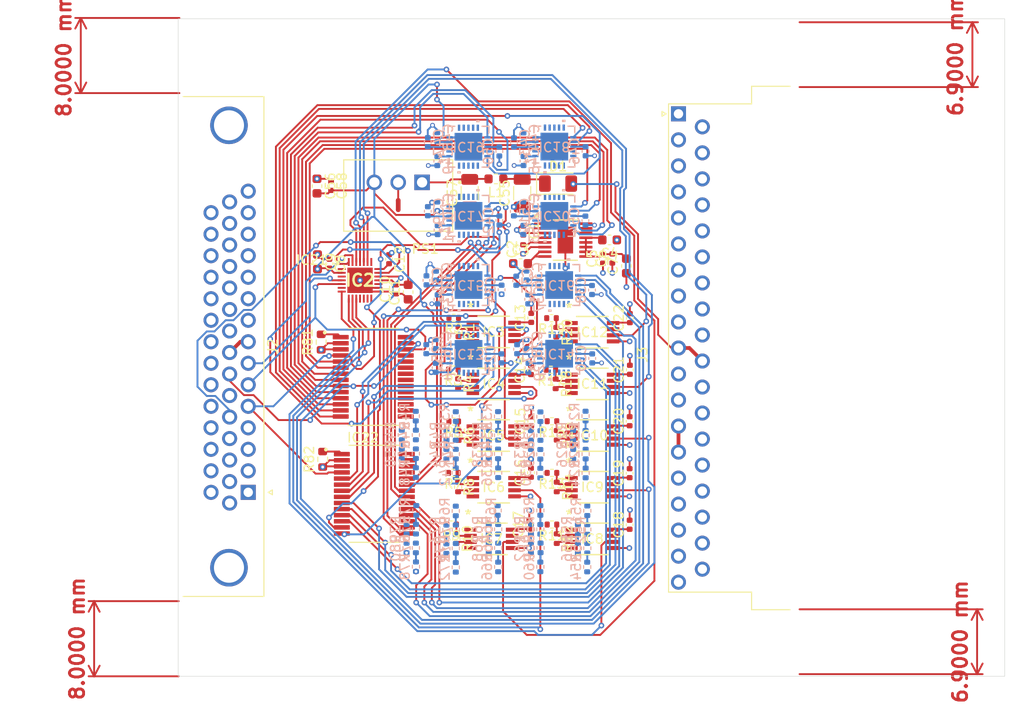
<source format=kicad_pcb>
(kicad_pcb (version 20240108) (generator "pcbnew") (generator_version "8.0")
  (layers (0 "F.Cu" signal) (1 "In1.Cu" power) (2 "In2.Cu" power) (31 "B.Cu" signal) (34 "B.Paste" user) (35 "F.Paste" user) (36 "B.SilkS" user "B.Silkscreen") (37 "F.SilkS" user "F.Silkscreen") (38 "B.Mask" user) (39 "F.Mask" user) (44 "Edge.Cuts" user))
  (net 0 "")
  (net 1 "GND")
  (net 2 "Net-(IC1-BYPASS)")
  (net 3 "Net-(IC1-NR)")
  (net 4 "5v_reful")
  (net 5 "5v_buck")
  (net 6 "2v5_ref")
  (net 7 "Net-(IC13-VP)")
  (net 8 "Net-(IC13-VN)")
  (net 9 "Net-(IC14-VN)")
  (net 10 "Net-(IC14-VP)")
  (net 11 "Net-(IC15-VN)")
  (net 12 "Net-(IC15-VP)")
  (net 13 "Net-(IC16-VN)")
  (net 14 "Net-(IC16-VP)")
  (net 15 "Net-(IC17-VN)")
  (net 16 "Net-(IC17-VP)")
  (net 17 "Net-(IC18-VN)")
  (net 18 "Net-(IC18-VP)")
  (net 19 "Net-(IC19-VN)")
  (net 20 "Net-(IC19-VP)")
  (net 21 "Net-(IC20-VN)")
  (net 22 "Net-(IC20-VP)")
  (net 23 "11v1_schott")
  (net 24 "Net-(PS1-+VIN)")
  (net 25 "11v1_bat")
  (net 29 "DAC_BIAS_8")
  (net 31 "MISO")
  (net 32 "CS")
  (net 33 "!LDAC")
  (net 34 "DAC_BIAS_1")
  (net 35 "SCLK")
  (net 36 "DAC_BIAS_9")
  (net 37 "DAC_BIAS_3")
  (net 39 "DAC_BIAS_7")
  (net 41 "DAC_BIAS_6")
  (net 42 "DAC_BIAS_2")
  (net 43 "!RESET")
  (net 44 "DAC_BIAS_5")
  (net 45 "DAC_BIAS_10")
  (net 46 "MOSI")
  (net 49 "DAC_BIAS_4")
  (net 51 "QS1S")
  (net 52 "Switch_y1")
  (net 53 "Rg1_z")
  (net 54 "Net-(IC3-RG_1)")
  (net 55 "AN1")
  (net 56 "QS2S")
  (net 57 "Switch_y3")
  (net 58 "Rg2_z")
  (net 59 "Net-(IC4-RG_1)")
  (net 60 "AN2")
  (net 61 "QS3S")
  (net 62 "AN3")
  (net 63 "Switch_y5")
  (net 64 "Rg3_z")
  (net 65 "Net-(IC5-RG_1)")
  (net 66 "Switch_y7")
  (net 67 "QS4S")
  (net 68 "AN4")
  (net 69 "Net-(IC6-RG_1)")
  (net 70 "Rg4_z")
  (net 71 "AN8")
  (net 72 "Rg7_z")
  (net 73 "Net-(IC7-RG_1)")
  (net 74 "QS8S")
  (net 75 "Switch_y15")
  (net 76 "Net-(IC8-RG_1)")
  (net 77 "QS7S")
  (net 78 "Switch_y13")
  (net 79 "AN7")
  (net 80 "AN6")
  (net 81 "Switch_y11")
  (net 82 "Net-(IC9-RG_1)")
  (net 83 "Rg6_z")
  (net 84 "QS6S")
  (net 85 "Switch_y9")
  (net 86 "Rg5_z")
  (net 87 "Net-(IC10-RG_1)")
  (net 88 "QS5S")
  (net 89 "AN5")
  (net 90 "Switch_y17")
  (net 91 "Net-(IC11-RG_1)")
  (net 92 "Rg9_z")
  (net 93 "AN9")
  (net 94 "QS9S")
  (net 95 "QS10S")
  (net 96 "Switch_y19")
  (net 97 "Rg10_z")
  (net 98 "Net-(IC12-RG_1)")
  (net 99 "AN10")
  (net 100 "P15_2")
  (net 102 "QS2F-")
  (net 103 "Switch_y4")
  (net 105 "P12_2")
  (net 106 "QS1F-")
  (net 107 "P13_2")
  (net 108 "Switch_y2")
  (net 109 "P14_2")
  (net 110 "Switch_x3")
  (net 111 "Switch_x1")
  (net 112 "P17_2")
  (net 113 "Switch_y6")
  (net 114 "P16_2")
  (net 115 "Switch_y8")
  (net 117 "Switch_x5")
  (net 118 "P18_2")
  (net 119 "QS3F-")
  (net 120 "P19_2")
  (net 121 "QS4F-")
  (net 122 "Switch_x7")
  (net 125 "Switch_y10")
  (net 126 "P23_2")
  (net 128 "Switch_x9")
  (net 129 "Switch_x11")
  (net 130 "P22_2")
  (net 131 "P21_2")
  (net 132 "QS6F-")
  (net 133 "P20_2")
  (net 134 "Switch_y12")
  (net 135 "QS5F-")
  (net 137 "Switch_y14")
  (net 138 "QS7F-")
  (net 139 "Switch_x13")
  (net 140 "Switch_y16")
  (net 141 "P26_2")
  (net 142 "Switch_x15")
  (net 143 "QS8F-")
  (net 144 "P27_2")
  (net 145 "P25_2")
  (net 147 "Switch_x17")
  (net 148 "QS10F-")
  (net 149 "P28_2")
  (net 150 "Switch_x19")
  (net 151 "Switch_y18")
  (net 152 "P31_2")
  (net 153 "P29_2")
  (net 154 "P30_2")
  (net 155 "QS9F-")
  (net 157 "Switch_y20")
  (net 159 "Rg9_y")
  (net 168 "Rg10_y")
  (net 169 "P21")
  (net 170 "P20")
  (net 171 "P19")
  (net 172 "Rg8_z")
  (net 173 "P18")
  (net 174 "Rg6_y")
  (net 175 "P17")
  (net 176 "Rg5_y")
  (net 177 "Rg7_y")
  (net 178 "P16")
  (net 180 "Rg8_y")
  (net 182 "P14")
  (net 183 "P12")
  (net 184 "Rg1_y")
  (net 186 "Rg2_y")
  (net 188 "Rg3_y")
  (net 189 "P15")
  (net 190 "Rg4_y")
  (net 191 "P13")
  (net 192 "CS_amp")
  (net 200 "SLCK")
  (net 202 "Net-(IC21-ISET)")
  (net 205 "P24_2")
  (net 206 "Net-(IC22-ISET)")
  (net 207 "CS_sg")
  (net 208 "QS6S-")
  (net 209 "QS7S-")
  (net 210 "QS2S-")
  (net 211 "QS4S-")
  (net 212 "QS5S-")
  (net 213 "QS1S-")
  (net 214 "B-")
  (net 215 "QS3S-")
  (net 216 "QS9S-")
  (net 217 "QS10S-")
  (net 218 "QS8S-")
  (net 225 "3V3")
  (net 242 "Net-(R21-Pad2)")
  (net 243 "Net-(R23-Pad2)")
  (net 244 "Net-(R25-Pad2)")
  (net 245 "Net-(R27-Pad2)")
  (net 246 "Net-(R29-Pad2)")
  (net 247 "Net-(R31-Pad2)")
  (net 248 "Net-(R33-Pad2)")
  (net 249 "Net-(R35-Pad2)")
  (net 250 "Net-(R37-Pad2)")
  (net 251 "Net-(R39-Pad2)")
  (net 252 "Net-(R41-Pad2)")
  (net 253 "Net-(R43-Pad2)")
  (net 254 "Net-(R45-Pad2)")
  (net 255 "Net-(R47-Pad2)")
  (net 256 "Net-(R49-Pad2)")
  (net 257 "Net-(R51-Pad2)")
  (net 258 "Net-(R53-Pad2)")
  (net 259 "Net-(R55-Pad2)")
  (net 260 "Net-(R57-Pad2)")
  (net 261 "Net-(R59-Pad2)")
  (net 262 "Net-(R61-Pad2)")
  (net 263 "Net-(R63-Pad2)")
  (net 264 "Net-(R65-Pad2)")
  (net 265 "Net-(R67-Pad2)")
  (net 266 "Net-(R69-Pad2)")
  (net 267 "Net-(R71-Pad2)")
  (net 268 "Net-(R73-Pad2)")
  (net 269 "Net-(R75-Pad2)")
  (net 270 "Net-(R77-Pad2)")
  (net 271 "Net-(R79-Pad2)")
  (footprint "Capacitor_SMD:C_0402_1005Metric" (layer "F.Cu") (at 84.53385 102.755001 90)
    (property "Reference" "C15")
    (property "Value" "0.1uF" (hide yes))
  )
  (footprint "21xt_footprints:SOP65P777X199-28N" (layer "F.Cu") (at 67.71 98.025)
    (property "Reference" "IC21")
    (property "Value" "MAX7301AAI+" (hide yes))
  )
  (footprint "21xt_footprints:CONV_P7805B-500" (layer "F.Cu") (at 70.3705 78.721 180)
    (property "Reference" "PS1")
    (property "Value" "P7805B-500" (hide yes))
  )
  (footprint "Resistor_SMD:R_0402_1005Metric" (layer "F.Cu") (at 87.25 115.25 -90)
    (property "Reference" "R12")
    (property "Value" "35" (hide yes))
  )
  (footprint "Capacitor_SMD:C_0402_1005Metric" (layer "F.Cu") (at 83.6649 84.445 90)
    (property "Reference" "C2")
    (property "Value" "0.1u" (hide yes))
  )
  (footprint "21xt_footprints:INA827AIDGKR" (layer "F.Cu") (at 91.03385 93.275001)
    (property "Reference" "IC12")
    (property "Value" "INA827AIDGKR" (hide yes))
  )
  (footprint "Capacitor_SMD:C_0402_1005Metric" (layer "F.Cu") (at 93.1649 85.425 90)
    (property "Reference" "C6")
    (property "Value" "0.1u" (hide yes))
  )
  (footprint "21xt_footprints:QFN40P400X400X100-29N-D" (layer "F.Cu") (at 66.3065 87.749)
    (property "Reference" "IC2")
    (property "Value" "AD5679RBCPZ-1" (hide yes))
  )
  (footprint "Capacitor_SMD:C_0402_1005Metric" (layer "F.Cu") (at 95.0077 108.28 90)
    (property "Reference" "C19")
    (property "Value" "0.1uF" (hide yes))
  )
  (footprint "Resistor_SMD:R_0402_1005Metric" (layer "F.Cu") (at 76.75 98.75 -90)
    (property "Reference" "R4")
    (property "Value" "35" (hide yes))
  )
  (footprint "Resistor_SMD:R_0402_1005Metric" (layer "F.Cu") (at 86.74 113.75 180)
    (property "Reference" "R11")
    (property "Value" "R" (hide yes))
  )
  (footprint "Capacitor_SMD:C_0402_1005Metric" (layer "F.Cu") (at 92.1649 85.445 90)
    (property "Reference" "C5")
    (property "Value" "0.1u" (hide yes))
  )
  (footprint "Resistor_SMD:R_0402_1005Metric" (layer "F.Cu") (at 87.25 109.75 -90)
    (property "Reference" "R14")
    (property "Value" "35" (hide yes))
  )
  (footprint "Connector_Dsub:DSUB-37_Female_Horizontal_P2.77x2.54mm_EdgePinOffset9.40mm" (layer "F.Cu") (at 100.21 70.025 90)
    (property "Reference" "J3")
    (property "Value" "Conn_02x19_Counter_Clockwise")
  )
  (footprint "Resistor_SMD:R_0402_1005Metric" (layer "F.Cu") (at 87.19905 93.275001 -90)
    (property "Reference" "R20")
    (property "Value" "35" (hide yes))
  )
  (footprint "Capacitor_SMD:C_0402_1005Metric" (layer "F.Cu") (at 84.3254 113.75 90)
    (property "Reference" "C17")
    (property "Value" "0.1uF" (hide yes))
  )
  (footprint "Resistor_SMD:R_0402_1005Metric" (layer "F.Cu") (at 76.75 109.75 -90)
    (property "Reference" "R8")
    (property "Value" "35" (hide yes))
  )
  (footprint "Resistor_SMD:R_0402_1005Metric" (layer "F.Cu") (at 76.0577 113.75 180)
    (property "Reference" "R9")
    (property "Value" "R" (hide yes))
  )
  (footprint "Resistor_SMD:R_0402_1005Metric" (layer "F.Cu") (at 76.28155 91.745001 180)
    (property "Reference" "R2")
    (property "Value" "R" (hide yes))
  )
  (footprint "Resistor_SMD:R_0603_1608Metric" (layer "F.Cu") (at 62.17 94.325 90)
    (property "Reference" "R81")
    (property "Value" "39k" (hide yes))
  )
  (footprint "Capacitor_SMD:C_0603_1608Metric" (layer "F.Cu") (at 61.7245 77.715 -90)
    (property "Reference" "C56")
    (property "Value" "10u" (hide yes))
  )
  (footprint "NetTie:NetTie-2_SMD_Pad0.5mm" (layer "F.Cu") (at 70.3705 79.737 90)
    (property "Reference" "NT1" (hide yes))
    (property "Value" "NetTie_2" (hide yes))
  )
  (footprint "21xt_footprints:SOP65P777X199-28N" (layer "F.Cu") (at 67.8305 110.479)
    (property "Reference" "IC22")
    (property "Value" "MAX7301AAI+" (hide yes))
  )
  (footprint "Diode_SMD:D_1206_3216Metric" (layer "F.Cu") (at 87.3885 77.451)
    (property "Reference" "D1")
    (property "Value" "D_Schottky" (hide yes))
  )
  (footprint "21xt_footprints:LT6658AHMSE-2.5-PBF" (layer "F.Cu") (at 88.1649 83.465)
    (property "Reference" "IC1" (hide yes))
    (property "Value" "LT6658AHMSE-5#PBF" (hide yes))
  )
  (footprint "Capacitor_SMD:C_0603_1608Metric" (layer "F.Cu") (at 71.42965 89 90)
    (property "Reference" "C11")
    (property "Value" "10u" (hide yes))
  )
  (footprint "21xt_footprints:INA827AIDGKR" (layer "F.Cu") (at 91.03385 98.775001)
    (property "Reference" "IC11")
    (property "Value" "INA827AIDGKR" (hide yes))
  )
  (footprint "21xt_footprints:INA827AIDGKR" (layer "F.Cu") (at 91.03385 115.275001)
    (property "Reference" "IC8")
    (property "Value" "INA827AIDGKR" (hide yes))
  )
  (footprint "21xt_footprints:INA827AIDGKR" (layer "F.Cu") (at 80.53385 109.775001)
    (property "Reference" "IC6")
    (property "Value" "INA827AIDGKR" (hide yes))
  )
  (footprint "Resistor_SMD:R_0402_1005Metric" (layer "F.Cu") (at 86.74 108.25 180)
    (property "Reference" "R13")
    (property "Value" "R" (hide yes))
  )
  (footprint "Resistor_SMD:R_0402_1005Metric" (layer "F.Cu") (at 87.132701 98.775001 -90)
    (property "Reference" "R18")
    (property "Value" "35" (hide yes))
  )
  (footprint "Capacitor_SMD:C_1206_3216Metric" (layer "F.Cu") (at 77.9805 78.477 90)
    (property "Reference" "C57")
    (property "Value" "4.7u" (hide yes))
  )
  (footprint "Resistor_SMD:R_0402_1005Metric" (layer "F.Cu") (at 76.79155 93.235001 -90)
    (property "Reference" "R1")
    (property "Value" "35" (hide yes))
  )
  (footprint "Capacitor_SMD:C_0402_1005Metric" (layer "F.Cu") (at 63.04765 85.98 -90)
    (property "Reference" "C8")
    (property "Value" "0.1u" (hide yes))
  )
  (footprint "Resistor_SMD:R_0603_1608Metric" (layer "F.Cu") (at 62.3305 106.804 90)
    (property "Reference" "R82")
    (property "Value" "39k" (hide yes))
  )
  (footprint "Capacitor_SMD:C_0402_1005Metric" (layer "F.Cu") (at 70.15965 88.705 90)
    (property "Reference" "C10")
    (property "Value" "0.1u" (hide yes))
  )
  (footprint "Capacitor_SMD:C_0402_1005Metric" (layer "F.Cu") (at 63.2245 77.695 -90)
    (property "Reference" "C58")
    (property "Value" "0.1u" (hide yes))
  )
  (footprint "Resistor_SMD:R_0402_1005Metric" (layer "F.Cu") (at 86.68905 91.775001 180)
    (property "Reference" "R19")
    (property "Value" "R" (hide yes))
  )
  (footprint "Capacitor_SMD:C_0603_1608Metric" (layer "F.Cu") (at 92.8726 83.449 180)
    (property "Reference" "C4")
    (property "Value" "10u" (hide yes))
  )
  (footprint "Capacitor_SMD:C_0402_1005Metric" (layer "F.Cu") (at 84.5077 97.3 90)
    (property "Reference" "C14")
    (property "Value" "0.1uF" (hide yes))
  )
  (footprint "Resistor_SMD:R_0402_1005Metric" (layer "F.Cu") (at 87.25 104.25 -90)
    (property "Reference" "R16")
    (property "Value" "35" (hide yes))
  )
  (footprint "21xt_footprints:INA827AIDGKR" (layer "F.Cu") (at 80.53385 104.275001)
    (property "Reference" "IC5")
    (property "Value" "INA827AIDGKR" (hide yes))
  )
  (footprint "Connector_Dsub:DSUB-44-HD_Female_Horizontal_P2.29x1.98mm_EdgePinOffset3.03mm_Housed_MountingHolesOffset4.94mm" (layer "F.Cu") (at 54.404 110.321 -90)
    (property "Reference" "J2")
    (property "Value" "Conn_02x23_Counter_Clockwise")
  )
  (footprint "Capacitor_SMD:C_0603_1608Metric" (layer "F.Cu") (at 83.3899 85.965)
    (property "Reference" "C3")
    (property "Value" "10u" (hide yes))
  )
  (footprint "21xt_footprints:INA827AIDGKR" (layer "F.Cu") (at 80.53385 93.245001)
    (property "Reference" "IC3")
    (property "Value" "INA827AIDGKR" (hide yes))
  )
  (footprint "21xt_footprints:INA827AIDGKR" (layer "F.Cu") (at 91.03385 104.275001)
    (property "Reference" "IC10")
    (property "Value" "INA827AIDGKR" (hide yes))
  )
  (footprint "Resistor_SMD:R_0402_1005Metric" (layer "F.Cu") (at 76.28155 102.775001 180)
    (property "Reference" "R5")
    (property "Value" "R" (hide yes))
  )
  (footprint "Capacitor_SMD:C_0402_1005Metric" (layer "F.Cu") (at 95.03385 97.275001 90)
    (property "Reference" "C21")
    (property "Value" "0.1uF" (hide yes))
  )
  (footprint "Capacitor_SMD:C_0402_1005Metric" (layer "F.Cu") (at 84.53385 91.745001 90)
    (property "Reference" "C13")
    (property "Value" "0.1uF" (hide yes))
  )
  (footprint "Resistor_SMD:R_0402_1005Metric" (layer "F.Cu") (at 76.24 108.25 180)
    (property "Reference" "R7")
    (property "Value" "R" (hide yes))
  )
  (footprint "21xt_footprints:INA827AIDGKR" (layer "F.Cu") (at 80.53385 98.775001)
    (property "Reference" "IC4")
    (property "Value" "INA827AIDGKR" (hide yes))
  )
  (footprint "Resistor_SMD:R_0402_1005Metric" (layer "F.Cu") (at 76.79155 104.275001 -90)
    (property "Reference" "R6")
    (property "Value" "35" (hide yes))
  )
  (footprint "Resistor_SMD:R_0402_1005Metric" (layer "F.Cu") (at 76.24 97.25 180)
    (property "Reference" "R3")
    (property "Value" "R" (hide yes))
  )
  (footprint "Resistor_SMD:R_0402_1005Metric" (layer "F.Cu") (at 76.5677 115.25 -90)
    (property "Reference" "R10")
    (property "Value" "35" (hide yes))
  )
  (footprint "21xt_footprints:INA827AIDGKR" (layer "F.Cu") (at 91.03385 109.775001)
    (property "Reference" "IC9")
    (property "Value" "INA827AIDGKR" (hide yes))
  )
  (footprint "Capacitor_SMD:C_1206_3216Metric" (layer "F.Cu") (at 83.5685 78.477 90)
    (property "Reference" "C55")
    (property "Value" "4.7u" (hide yes))
  )
  (footprint "21xt_footprints:INA827AIDGKR" (layer "F.Cu") (at 80.28385 115.275001)
    (property "Reference" "IC7")
    (property "Value" "INA827AIDGKR" (hide yes))
  )
  (footprint "Capacitor_SMD:C_0402_1005Metric" (layer "F.Cu") (at 83.6849 82.445 -90)
    (property "Reference" "C1")
    (property "Value" "1u" (hide yes))
  )
  (footprint "Capacitor_SMD:C_0402_1005Metric" (layer "F.Cu") (at 95.03385 91.775001 90)
    (property "Reference" "C22")
    (property "Value" "0.1uF" (hide yes))
  )
  (footprint "Capacitor_SMD:C_0402_1005Metric" (layer "F.Cu") (at 84.5077 108.23 90)
    (property "Reference" "C16")
    (property "Value" "0.1uF" (hide yes))
  )
  (footprint "Capacitor_SMD:C_0603_1608Metric" (layer "F.Cu") (at 94.6649 86.22 90)
    (property "Reference" "C7")
    (property "Value" "10u" (hide yes))
  )
  (footprint "Capacitor_SMD:C_0402_1005Metric" (layer "F.Cu") (at 95.0077 113.77 90)
    (property "Reference" "C18")
    (property "Value" "0.1uF" (hide yes))
  )
  (footprint "Capacitor_SMD:C_0603_1608Metric" (layer "F.Cu") (at 61.77765 85.775 -90)
    (property "Reference" "C9")
    (property "Value" "10u" (hide yes))
  )
  (footprint "Capacitor_SMD:C_0402_1005Metric" (layer "F.Cu") (at 69.39765 85.5 -90)
    (property "Reference" "C12")
    (property "Value" "0.1u" (hide yes))
  )
  (footprint "Resistor_SMD:R_0402_1005Metric" (layer "F.Cu") (at 86.622701 97.275001 180)
    (property "Reference" "R17")
    (property "Value" "R" (hide yes))
  )
  (footprint "Inductor_SMD:L_0603_1608Metric" (layer "F.Cu") (at 80.7745 76.953 180)
    (property "Reference" "L1")
    (property "Value" "10u" (hide yes))
  )
  (footprint "Resistor_SMD:R_0402_1005Metric" (layer "F.Cu") (at 86.74 102.75 180)
    (property "Reference" "R15")
    (property "Value" "R" (hide yes))
  )
  (footprint "Capacitor_SMD:C_0402_1005Metric" (layer "F.Cu") (at 95.0077 102.75 90)
    (property "Reference" "C20")
    (property "Value" "0.1uF" (hide yes))
  )
  (footprint "Resistor_SMD:R_0402_1005Metric" (layer "B.Cu") (at 80.956 112.255 -90)
    (property "Reference" "R63")
    (property "Value" "330" (hide yes))
  )
  (footprint "Resistor_SMD:R_0402_1005Metric" (layer "B.Cu") (at 85.51 104.27 -90)
    (property "Reference" "R28")
    (property "Value" "20" (hide yes))
  )
  (footprint "Resistor_SMD:R_0402_1005Metric" (layer "B.Cu") (at 90.316 104.25 -90)
    (property "Reference" "R22")
    (property "Value" "20" (hide yes))
  )
  (footprint "Resistor_SMD:R_0402_1005Metric" (layer "B.Cu") (at 90.49 118.27 -90)
    (property "Reference" "R54")
    (property "Value" "20" (hide yes))
  )
  (footprint "Resistor_SMD:R_0402_1005Metric" (layer "B.Cu") (at 81.01 108.24 -90)
    (property "Reference" "R36")
    (property "Value" "20" (hide yes))
  )
  (footprint "Resistor_SMD:R_0402_1005Metric" (layer "B.Cu") (at 85.502 118.258 -90)
    (property "Reference" "R60")
    (property "Value" "20" (hide yes))
  )
  (footprint "Resistor_SMD:R_0402_1005Metric" (layer "B.Cu") (at 90.324 108.26 -90)
    (property "Reference" "R24")
    (property "Value" "20" (hide yes))
  )
  (footprint "Resistor_SMD:R_0402_1005Metric" (layer "B.Cu") (at 90.316 102.198 -90)
    (property "Reference" "R21")
    (property "Value" "330" (hide yes))
  )
  (footprint "Resistor_SMD:R_0402_1005Metric" (layer "B.Cu") (at 85.5 106.27 -90)
    (property "Reference" "R29")
    (property "Value" "330" (hide yes))
  )
  (footprint "Resistor_SMD:R_0402_1005Metric" (layer "B.Cu") (at 72.26 114.24 -90)
    (property "Reference" "R76")
    (property "Value" "20" (hide yes))
  )
  (footprint "Capacitor_SMD:C_0402_1005Metric" (layer "B.Cu") (at 84.02895 87.234001 90)
    (property "Reference" "C36")
    (property "Value" "1uF" (hide yes))
  )
  (footprint "Resistor_SMD:R_0402_1005Metric" (layer "B.Cu") (at 72.25 116.24 -90)
    (property "Reference" "R77")
    (property "Value" "330" (hide yes))
  )
  (footprint "Resistor_SMD:R_0402_1005Metric" (layer "B.Cu") (at 85.51 102.27 -90)
    (property "Reference" "R27")
    (property "Value" "330" (hide yes))
  )
  (footprint "Capacitor_SMD:C_0402_1005Metric" (layer "B.Cu") (at 83.695649 79.872002 90)
    (property "Reference" "C52")
    (property "Value" "1uF" (hide yes))
  )
  (footprint "Capacitor_SMD:C_0402_1005Metric" (layer "B.Cu") (at 84.20765 89.768002 90)
    (property "Reference" "C37")
    (property "Value" "10nF" (hide yes))
  )
  (footprint "Resistor_SMD:R_0402_1005Metric" (layer "B.Cu") (at 70.75 104.216 -90)
    (property "Reference" "R49")
    (property "Value" "330" (hide yes))
  )
  (footprint "Capacitor_SMD:C_0402_1005Metric" (layer "B.Cu") (at 82.93765 87.792002 90)
    (property "Reference" "C35")
    (property "Value" "10nF" (hide yes))
  )
  (footprint "Resistor_SMD:R_0402_1005Metric" (layer "B.Cu") (at 90.5 114.28 -90)
    (property "Reference" "R52")
    (property "Value" "20" (hide yes))
  )
  (footprint "21xt_footprints:MAX14774ATP_" (layer "B.Cu") (at 87.50965 88.250001)
    (property "Reference" "IC16")
    (property "Value" "MAX14774ATP+" (hide yes))
  )
  (footprint "Resistor_SMD:R_0402_1005Metric" (layer "B.Cu") (at 85.5 108.27 -90)
    (property "Reference" "R30")
    (property "Value" "20" (hide yes))
  )
  (footprint "Capacitor_SMD:C_0402_1005Metric" (layer "B.Cu") (at 74.532599 75.050002 90)
    (property "Reference" "C49")
    (property "Value" "10nF" (hide yes))
  )
  (footprint "21xt_footprints:MAX14774ATP_" (layer "B.Cu") (at 77.85765 95.5781)
    (property "Reference" "IC13")
    (property "Value" "MAX14774ATP+" (hide yes))
  )
  (footprint "Capacitor_SMD:C_0402_1005Metric" (layer "B.Cu") (at 83.695649 82.384002 90)
    (property "Reference" "C53")
    (property "Value" "10nF" (hide yes))
  )
  (footprint "Resistor_SMD:R_0402_1005Metric" (layer "B.Cu") (at 71.26 116.25 -90)
    (property "Reference" "R80")
    (property "Value" "20" (hide yes))
  )
  (footprint "Resistor_SMD:R_0402_1005Metric" (layer "B.Cu") (at 90.324 106.25 -90)
    (property "Reference" "R23")
    (property "Value" "330" (hide yes))
  )
  (footprint "Resistor_SMD:R_0402_1005Metric" (layer "B.Cu") (at 75.5 116.314 -90)
    (property "Reference" "R74")
    (property "Value" "20" (hide yes))
  )
  (footprint "21xt_footprints:MAX14774ATP_" (layer "B.Cu") (at 86.997649 80.888002)
    (property "Reference" "IC20")
    (property "Value" "MAX14774ATP+" (hide yes))
  )
  (footprint "Capacitor_SMD:C_0402_1005Metric" (layer "B.Cu") (at 73.357649 95.0788 90)
    (property "Reference" "C25")
    (property "Value" "10nF" (hide yes))
  )
  (footprint "Resistor_SMD:R_0402_1005Metric" (layer "B.Cu") (at 70.75 106.24 -90)
    (property "Reference" "R50")
    (property "Value" "20" (hide yes))
  )
  (footprint "Capacitor_SMD:C_0402_1005Metric" (layer "B.Cu") (at 73.37695 87.750002 90)
    (property "Reference" "C31")
    (property "Value" "10nF" (hide yes))
  )
  (footprint "Resistor_SMD:R_0402_1005Metric" (layer "B.Cu") (at 84.502 114.26 -90)
    (property "Reference" "R61")
    (property "Value" "330" (hide yes))
  )
  (footprint "Resistor_SMD:R_0402_1005Metric" (layer "B.Cu") (at 85.502 112.248 -90)
    (property "Reference" "R57")
    (property "Value" "330" (hide yes))
  )
  (footprint "Resistor_SMD:R_0402_1005Metric" (layer "B.Cu") (at 81.01 116.241 -90)
    (property "Reference" "R65")
    (property "Value" "330" (hide yes))
  )
  (footprint "Resistor_SMD:R_0402_1005Metric" (layer "B.Cu") (at 90.5 112.28 -90)
    (property "Reference" "R51")
    (property "Value" "330" (hide yes))
  )
  (footprint "Capacitor_SMD:C_0402_1005Metric" (layer "B.Cu") (at 74.563649 82.395301 90)
    (property "Reference" "C41")
    (property "Value" "10nF" (hide yes))
  )
  (footprint "Capacitor_SMD:C_0402_1005Metric" (layer "B.Cu") (at 91.024949 96.062001 -90)
    (property "Reference" "C30")
    (property "Value" "1uF" (hide yes))
  )
  (footprint "Resistor_SMD:R_0402_1005Metric" (layer "B.Cu") (at 84.5 116.27 -90)
    (property "Reference" "R62")
    (property "Value" "20" (hide yes))
  )
  (footprint "Capacitor_SMD:C_0402_1005Metric" (layer "B.Cu") (at 74.357649 97.0588 90)
    (property "Reference" "C24")
    (property "Value" "10nF" (hide yes))
  )
  (footprint "Resistor_SMD:R_0402_1005Metric" (layer "B.Cu") (at 75.5 106.26 -90)
    (property "Reference" "R44")
    (property "Value" "20" (hide yes))
  )
  (footprint "Capacitor_SMD:C_0402_1005Metric" (layer "B.Cu") (at 84.024949 94.542001 90)
    (property "Reference" "C28")
    (property "Value" "1uF" (hide yes))
  )
  (footprint "21xt_footprints:MAX14774ATP_" (layer "B.Cu") (at 87.505649 95.562)
    (property "Reference" "IC14")
    (property "Value" "MAX14774ATP+" (hide yes))
  )
  (footprint "Resistor_SMD:R_0402_1005Metric" (layer "B.Cu") (at 81 106.23 -90)
    (property "Reference" "R35")
    (property "Value" "330" (hide yes))
  )
  (footprint "Resistor_SMD:R_0402_1005Metric" (layer "B.Cu") (at 85.502 114.258 -90)
    (property "Reference" "R58")
    (property "Value" "20" (hide yes))
  )
  (footprint "Resistor_SMD:R_0402_1005Metric" (layer "B.Cu") (at 84.5 104.26 -90)
    (property "Reference" "R31")
    (property "Value" "330" (hide yes))
  )
  (footprint "Resistor_SMD:R_0402_1005Metric" (layer "B.Cu") (at 81.01 118.265 -90)
    (property "Reference" "R66")
    (property "Value" "20" (hide yes))
  )
  (footprint "Resistor_SMD:R_0402_1005Metric" (layer "B.Cu") (at 90.5 116.27 -90)
    (property "Reference" "R53")
    (property "Value" "330" (hide yes))
  )
  (footprint "Capacitor_SMD:C_0402_1005Metric" (layer "B.Cu") (at 74.539651 79.883301 90)
    (property "Reference" "C40")
    (property "Value" "1uF" (hide yes))
  )
  (footprint "Capacitor_SMD:C_0402_1005Metric" (layer "B.Cu") (at 91 88.780002 -90)
    (property "Reference" "C38")
    (property "Value" "1uF" (hide yes))
  )
  (footprint "Capacitor_SMD:C_0402_1005Metric" (layer "B.Cu") (at 73.516599 73.046002 90)
    (property "Reference" "C47")
    (property "Value" "10nF" (hide yes))
  )
  (footprint "21xt_footprints:MAX14774ATP_" (layer "B.Cu") (at 86.99365 73.510002)
    (property "Reference" "IC18")
    (property "Value" "MAX14774ATP+" (hide yes))
  )
  (footprint "Capacitor_SMD:C_0402_1005Metric" (layer "B.Cu") (at 83.024949 95.082001 90)
    (property "Reference" "C27")
    (property "Value" "10nF" (hide yes))
  )
  (footprint "Capacitor_SMD:C_0402_1005Metric" (layer "B.Cu") (at 81.357649 96.0588 -90)
    (property "Reference" "C23")
    (property "Value" "1uF" (hide yes))
  )
  (footprint "Capacitor_SMD:C_0402_1005Metric" (layer "B.Cu") (at 83.7117 72.532501 90)
    (property "Reference" "C44")
    (property "Value" "1uF" (hide yes))
  )
  (footprint "Capacitor_SMD:C_0402_1005Metric" (layer "B.Cu") (at 74.559651 89.770002 90)
    (property "Reference" "C33")
    (property "Value" "10nF" (hide yes))
  )
  (footprint "Resistor_SMD:R_0402_1005Metric" (layer "B.Cu") (at 84.5 106.26 -90)
    (property "Reference" "R32")
    (property "Value" "20" (hide yes))
  )
  (footprint "21xt_footprints:MAX14774ATP_" (layer "B.Cu") (at 77.85765 88.250001)
    (property "Reference" "IC15")
    (property "Value" "MAX14774ATP+" (hide yes))
  )
  (footprint "Capacitor_SMD:C_0402_1005Metric" (layer "B.Cu") (at 90.299649 81.396002 -90)
    (property "Reference" "C54")
    (property "Value" "1uF" (hide yes))
  )
  (footprint "Resistor_SMD:R_0402_1005Metric" (layer "B.Cu") (at 81.01 114.255 -90)
    (property "Reference" "R64")
    (property "Value" "20" (hide yes))
  )
  (footprint "Resistor_SMD:R_0402_1005Metric" (layer "B.Cu") (at 76.5 106.25 -90)
    (property "Reference" "R41")
    (property "Value" "330" (hide yes))
  )
  (footprint "Resistor_SMD:R_0402_1005Metric" (layer "B.Cu") (at 81.01 104.25 -90)
    (property "Reference" "R34")
    (property "Value" "20" (hide yes))
  )
  (footprint "Resistor_SMD:R_0402_1005Metric" (layer "B.Cu") (at 72.25 104.216 -90)
    (property "Reference" "R46")
    (property "Value" "20" (hide yes))
  )
  (footprint "Resistor_SMD:R_0402_1005Metric" (layer "B.Cu") (at 76.5 116.28 -90)
    (property "Reference" "R71")
    (property "Value" "330" (hide yes))
  )
  (footprint "Capacitor_SMD:C_0402_1005Metric" (layer "B.Cu") (at 90.3157 74.010001 -90)
    (property "Reference" "C46")
    (property "Value" "1uF" (hide yes))
  )
  (footprint "Resistor_SMD:R_0402_1005Metric" (layer "B.Cu") (at 89.5 114.275 -90)
    (property "Reference" "R55")
    (property "Value" "330" (hide yes))
  )
  (footprint "Resistor_SMD:R_0402_1005Metric" (layer "B.Cu") (at 80.01 114.255 -90)
    (property "Reference" "R67")
    (property "Value" "330" (hide yes))
  )
  (footprint "Capacitor_SMD:C_0402_1005Metric" (layer "B.Cu") (at 81.143651 81.379301 -90)
    (property "Reference" "C42")
    (property "Value" "1uF" (hide yes))
  )
  (footprint "Resistor_SMD:R_0402_1005Metric" (layer "B.Cu") (at 75.5 114.314 -90)
    (property "Reference" "R73")
    (property "Value" "330" (hide yes))
  )
  (footprint "Capacitor_SMD:C_0402_1005Metric" (layer "B.Cu") (at 84.236948 97.062001 90)
    (property "Reference" "C29")
    (property "Value" "10nF" (hide yes))
  )
  (footprint "Capacitor_SMD:C_0402_1005Metric" (layer "B.Cu") (at 74.39695 87.250002 90)
    (property "Reference" "C32")
    (property "Value" "1uF" (hide yes))
  )
  (footprint "Resistor_SMD:R_0402_1005Metric" (layer "B.Cu") (at 89.5 116.285 -90)
    (property "Reference" "R56")
    (property "Value" "20" (hide yes))
  )
  (footprint "Capacitor_SMD:C_0402_1005Metric" (layer "B.Cu") (at 82.679649 80.408002 90)
    (property "Reference" "C51")
    (property "Value" "10nF" (hide yes))
  )
  (footprint "21xt_footprints:MAX14774ATP_" (layer "B.Cu") (at 77.847299 73.526002)
    (property "Reference" "IC19")
    (property "Value" "MAX14774ATP+" (hide yes))
  )
  (footprint "Resistor_SMD:R_0402_1005Metric" (layer "B.Cu") (at 76.5 114.304 -90)
    (property "Reference" "R70")
    (property "Value" "20" (hide yes))
  )
  (footprint "Resistor_SMD:R_0402_1005Metric" (layer "B.Cu") (at 76.5 112.304 -90)
    (property "Reference" "R69")
    (property "Value" "330" (hide yes))
  )
  (footprint "Resistor_SMD:R_0402_1005Metric" (layer "B.Cu") (at 80.01 106.25 -90)
    (property "Reference" "R38")
    (property "Value" "20" (hide yes))
  )
  (footprint "Resistor_SMD:R_0402_1005Metric" (layer "B.Cu") (at 80.032 104.226 -90)
    (property "Reference" "R37")
    (property "Value" "330" (hide yes))
  )
  (footprint "Resistor_SMD:R_0402_1005Metric" (layer "B.Cu") (at 72.25 108.216 -90)
    (property "Reference" "R48")
    (property "Value" "20" (hide yes))
  )
  (footprint "21xt_footprints:MAX14774ATP_" (layer "B.Cu") (at 77.85765 80.884001)
    (property "Reference" "IC17")
    (property "Value" "MAX14774ATP+" (hide yes))
  )
  (footprint "Capacitor_SMD:C_0402_1005Metric" (layer "B.Cu") (at 81.37695 88.750002 -90)
    (property "Reference" "C34")
    (property "Value" "1uF" (hide yes))
  )
  (footprint "Capacitor_SMD:C_0402_1005Metric" (layer "B.Cu") (at 81.136599 74.034002 -90)
    (property "Reference" "C50")
    (property "Value" "1uF" (hide yes))
  )
  (footprint "Resistor_SMD:R_0402_1005Metric" (layer "B.Cu") (at 81 102.24 -90)
    (property "Reference" "R33")
    (property "Value" "330" (hide yes))
  )
  (footprint "Capacitor_SMD:C_0402_1005Metric" (layer "B.Cu") (at 83.7117 75.044501 90)
    (property "Reference" "C45")
    (property "Value" "10nF" (hide yes))
  )
  (footprint "Resistor_SMD:R_0402_1005Metric" (layer "B.Cu") (at 76.5 104.26 -90)
    (property "Reference" "R40")
    (property "Value" "20" (hide yes))
  )
  (footprint "Resistor_SMD:R_0402_1005Metric" (layer "B.Cu") (at 72.26 118.24 -90)
    (property "Reference" "R78")
    (property "Value" "20" (hide yes))
  )
  (footprint "Capacitor_SMD:C_0402_1005Metric" (layer "B.Cu") (at 73.523651 80.391301 90)
    (property "Reference" "C39")
    (property "Value" "10nF" (hide yes))
  )
  (footprint "Resistor_SMD:R_0402_1005Metric" (layer "B.Cu") (at 76.5 118.304 -90)
    (property "Reference" "R72")
    (property "Value" "20" (hide yes))
  )
  (footprint "Capacitor_SMD:C_0402_1005Metric" (layer "B.Cu") (at 82.6957 73.068501 90)
    (property "Reference" "C43")
    (property "Value" "10nF" (hide yes))
  )
  (footprint "Resistor_SMD:R_0402_1005Metric" (layer "B.Cu") (at 72.25 106.206 -90)
    (property "Reference" "R47")
    (property "Value" "330" (hide yes))
  )
  (footprint "Resistor_SMD:R_0402_1005Metric" (layer "B.Cu") (at 72.296 112.24 -90)
    (property "Reference" "R75")
    (property "Value" "330" (hide yes))
  )
  (footprint "Resistor_SMD:R_0402_1005Metric" (layer "B.Cu") (at 85.524 116.234 -90)
    (property "Reference" "R59")
    (property "Value" "330" (hide yes))
  )
  (footprint "Capacitor_SMD:C_0402_1005Metric" (layer "B.Cu") (at 74.532599 72.510002 90)
    (property "Reference" "C48")
    (property "Value" "1uF" (hide yes))
  )
  (footprint "Resistor_SMD:R_0402_1005Metric" (layer "B.Cu") (at 89 106.26 -90)
    (property "Reference" "R26")
    (property "Value" "20" (hide yes))
  )
  (footprint "Resistor_SMD:R_0402_1005Metric" (layer "B.Cu") (at 72.24 102.206 -90)
    (property "Reference" "R45")
    (property "Value" "330" (hide yes))
  )
  (footprint "Resistor_SMD:R_0402_1005Metric" (layer "B.Cu") (at 80.01 116.265 -90)
    (property "Reference" "R68")
    (property "Value" "20" (hide yes))
  )
  (footprint "Resistor_SMD:R_0402_1005Metric" (layer "B.Cu") (at 76.5 102.25 -90)
    (property "Reference" "R39")
    (property "Value" "330" (hide yes))
  )
  (footprint "Resistor_SMD:R_0402_1005Metric" (layer "B.Cu") (at 71.26 114.25 -90)
    (property "Reference" "R79")
    (property "Value" "330" (hide yes))
  )
  (footprint "Resistor_SMD:R_0402_1005Metric" (layer "B.Cu") (at 75.51 104.236 -90)
    (property "Reference" "R43")
    (property "Value" "330" (hide yes))
  )
  (footprint "Capacitor_SMD:C_0402_1005Metric" (layer "B.Cu") (at 74.357649 94.5388 90)
    (property "Reference" "C26")
    (property "Value" "1uF" (hide yes))
  )
  (footprint "Resistor_SMD:R_0402_1005Metric" (layer "B.Cu") (at 76.5 108.24 -90)
    (property "Reference" "R42")
    (property "Value" "20" (hide yes))
  )
  (footprint "Resistor_SMD:R_0402_1005Metric" (layer "B.Cu") (at 89 104.24 -90)
    (property "Reference" "R25")
    (property "Value" "330" (hide yes))
  )
  (gr_rect (start 46.944 59.906) (end 134.944 129.906) (stroke (width 0.05)) (fill none) (layer "Edge.Cuts"))
  (dimension (type aligned) (layer "F.Cu") (pts (xy 112.6 129.675) (xy 112.6 122.775)) (height 19.4) (gr_text "6.9000 mm" (at 130.2 126.225 90) (layer "F.Cu") (effects (font (size 1.5 1.5) (thickness 0.3)))) (format (prefix "") (suffix "") (units 3) (units_format 1) (precision 4)) (style (thickness 0.2) (arrow_length 1.27) (text_position_mode 0) (extension_height 0.58642) (extension_offset 0.5) keep_text_aligned))
  (dimension (type aligned) (layer "F.Cu") (pts (xy 47.498 129.906) (xy 47.498 121.906)) (height -9.5) (gr_text "8.0000 mm" (at 36.198 125.906 90) (layer "F.Cu") (effects (font (size 1.5 1.5) (thickness 0.3)))) (format (prefix "") (suffix "") (units 3) (units_format 1) (precision 4)) (style (thickness 0.2) (arrow_length 1.27) (text_position_mode 0) (extension_height 0.58642) (extension_offset 0.5) keep_text_aligned))
  (dimension (type aligned) (layer "F.Cu") (pts (xy 112.6 60.275) (xy 112.6 67.175)) (height -18.9) (gr_text "6.9000 mm" (at 129.7 63.725 90) (layer "F.Cu") (effects (font (size 1.5 1.5) (thickness 0.3)))) (format (prefix "") (suffix "") (units 3) (units_format 1) (precision 4)) (style (thickness 0.2) (arrow_length 1.27) (text_position_mode 0) (extension_height 0.58642) (extension_offset 0.5) keep_text_aligned))
  (dimension (type aligned) (layer "F.Cu") (pts (xy 47.576 59.818) (xy 47.576 67.818)) (height 11) (gr_text "8.0000 mm" (at 34.776 63.818 90) (layer "F.Cu") (effects (font (size 1.5 1.5) (thickness 0.3)))) (format (prefix "") (suffix "") (units 3) (units_format 1) (precision 4)) (style (thickness 0.2) (arrow_length 1.27) (text_position_mode 0) (extension_height 0.58642) (extension_offset 0.5) keep_text_aligned))
  (segment (start 84.914902 81.714998) (end 84.6649 81.965) (width 0.2) (layer "F.Cu") (net 1))
  (segment (start 83.86695 94.22) (end 84.024949 94.062001) (width 0.2) (layer "F.Cu") (net 1))
  (segment (start 92.1649 85.925) (end 92.1649 86.965) (width 0.2) (layer "F.Cu") (net 1))
  (segment (start 64.25 95.1) (end 62.22 95.1) (width 0.2) (layer "F.Cu") (net 1))
  (segment (start 84.5077 96.82) (end 84.5077 95.78) (width 0.2) (layer "F.Cu") (net 1))
  (segment (start 69.685 89.185) (end 69.449 88.949) (width 0.2) (layer "F.Cu") (net 1))
  (segment (start 95.0077 102.27) (end 95.0077 101.25) (width 0.2) (layer "F.Cu") (net 1))
  (segment (start 64.3705 106.904) (end 63.0555 106.904) (width 0.2) (layer "F.Cu") (net 1))
  (segment (start 93.25 94.25) (end 95.008849 94.25) (width 0.2) (layer "F.Cu") (net 1))
  (segment (start 67.5065 88.949) (end 66.3065 87.749) (width 0.2) (layer "F.Cu") (net 1))
  (segment (start 95.03385 91.295001) (end 95.03385 90.275001) (width 0.2) (layer "F.Cu") (net 1))
  (segment (start 82.75 110.75) (end 84.452699 110.75) (width 0.2) (layer "F.Cu") (net 1))
  (segment (start 62.9495 76.94) (end 63.2245 77.215) (width 0.2) (layer "F.Cu") (net 1))
  (segment (start 88.1649 83.465) (end 88.1649 86.465) (width 0.2) (layer "F.Cu") (net 1))
  (segment (start 69.449 88.949) (end 68.2565 88.949) (width 0.2) (layer "F.Cu") (net 1))
  (segment (start 83.5685 79.952) (end 82.703647 79.952) (width 0.2) (layer "F.Cu") (net 1))
  (segment (start 85.9805 81.714998) (end 84.914902 81.714998) (width 0.2) (layer "F.Cu") (net 1))
  (segment (start 64.3705 107.554) (end 62.4055 107.554) (width 0.2) (layer "F.Cu") (net 1))
  (segment (start 69.48 85.02) (end 69.683256 84.816744) (width 0.2) (layer "F.Cu") (net 1))
  (segment (start 85.9805 84.214998) (end 84.480588 84.214998) (width 0.2) (layer "F.Cu") (net 1))
  (segment (start 93.25 110.75) (end 94.9777 110.75) (width 0.2) (layer "F.Cu") (net 1))
  (segment (start 63.04765 85.5) (end 62.27765 85.5) (width 0.2) (layer "F.Cu") (net 1))
  (segment (start 95.0077 107.8) (end 95.0077 106.76) (width 0.2) (layer "F.Cu") (net 1))
  (segment (start 84.5077 107.75) (end 84.5077 106.775001) (width 0.2) (layer "F.Cu") (net 1))
  (segment (start 62.87 94.45) (end 62.17 95.15) (width 0.2) (layer "F.Cu") (net 1))
  (segment (start 62.22 95.1) (end 62.17 95.15) (width 0.2) (layer "F.Cu") (net 1))
  (segment (start 83.6849 81.965) (end 83.414517 81.965) (width 0.2) (layer "F.Cu") (net 1))
  (segment (start 82.75 94.22) (end 83.86695 94.22) (width 0.2) (layer "F.Cu") (net 1))
  (segment (start 70.15965 89.185) (end 69.685 89.185) (width 0.2) (layer "F.Cu") (net 1))
  (segment (start 93.25 99.75) (end 95.008849 99.75) (width 0.2) (layer "F.Cu") (net 1))
  (segment (start 83.770586 84.925) (end 83.6649 84.925) (width 0.2) (layer "F.Cu") (net 1))
  (segment (start 93.25 116.25) (end 94.9777 116.25) (width 0.2) (layer "F.Cu") (net 1))
  (segment (start 84.5077 106.775001) (end 84.5077 106.75) (width 0.2) (layer "F.Cu") (net 1))
  (segment (start 84.3254 113.27) (end 84.3254 112.25) (width 0.2) (layer "F.Cu") (net 1))
  (segment (start 82.5 116.25) (end 84.2954 116.25) (width 0.2) (layer "F.Cu") (net 1))
  (segment (start 70.83965 89.185) (end 71.42965 89.775) (width 0.2) (layer "F.Cu") (net 1))
  (segment (start 62.4055 107.554) (end 62.3305 107.629) (width 0.2) (layer "F.Cu") (net 1))
  (segment (start 61.7245 76.94) (end 62.9495 76.94) (width 0.2) (layer "F.Cu") (net 1))
  (segment (start 84.9149 82.215) (end 85.9805 82.215) (width 0.2) (layer "F.Cu") (net 1))
  (segment (start 63.0555 106.904) (end 62.3305 107.629) (width 0.2) (layer "F.Cu") (net 1))
  (segment (start 82.703647 79.952) (end 82.679649 79.928002) (width 0.2) (layer "F.Cu") (net 1))
  (segment (start 93.25 105.25) (end 95.0077 105.28) (width 0.2) (layer "F.Cu") (net 1))
  (segment (start 83.414517 81.965) (end 82.988077 82.39144) (width 0.2) (layer "F.Cu") (net 1))
  (segment (start 84.53385 102.275001) (end 84.53385 101.275001) (width 0.2) (layer "F.Cu") (net 1))
  (segment (start 95.03385 96.795001) (end 95.03385 95.775001) (width 0.2) (layer "F.Cu") (net 1))
  (segment (start 69.39765 85.02) (end 69.48 85.02) (width 0.2) (layer "F.Cu") (net 1))
  (segment (start 82.75 105.25) (end 84.508849 105.25) (width 0.2) (layer "F.Cu") (net 1))
  (segment (start 70.15965 89.185) (end 70.83965 89.185) (width 0.2) (layer "F.Cu") (net 1))
  (segment (start 84.53385 91.265001) (end 84.53385 90.245001) (width 0.2) (layer "F.Cu") (net 1))
  (segment (start 64.25 94.45) (end 62.87 94.45) (width 0.2) (layer "F.Cu") (net 1))
  (segment (start 93.1649 85.905) (end 93.1649 86.965) (width 0.2) (layer "F.Cu") (net 1))
  (segment (start 95.0077 105.28) (end 94.9777 105.25) (width 0.2) (layer "F.Cu") (net 1))
  (segment (start 67.1065 88.549) (end 66.3065 87.749) (width 0.2) (layer "F.Cu") (net 1))
  (segment (start 68.2565 88.549) (end 67.1065 88.549) (width 0.2) (layer "F.Cu") (net 1))
  (segment (start 95.0077 113.29) (end 95.0077 112.25) (width 0.2) (layer "F.Cu") (net 1))
  (segment (start 92.1649 86.965) (end 92.1649 86.465) (width 0.2) (layer "F.Cu") (net 1))
  (segment (start 82.75 99.75) (end 84.4777 99.75) (width 0.2) (layer "F.Cu") (net 1))
  (segment (start 94.6649 86.995) (end 94.6649 88.465) (width 0.2) (layer "F.Cu") (net 1))
  (segment (start 84.480588 84.214998) (end 83.770586 84.925) (width 0.2) (layer "F.Cu") (net 1))
  (segment (start 84.6649 81.965) (end 84.9149 82.215) (width 0.2) (layer "F.Cu") (net 1))
  (segment (start 68.2565 88.949) (end 67.5065 88.949) (width 0.2) (layer "F.Cu") (net 1))
  (segment (start 62.27765 85.5) (end 61.77765 85) (width 0.2) (layer "F.Cu") (net 1))
  (via (at 73.612348 82.875301) (size 0.5) (drill 0.3) (layers "F.Cu" "B.Cu") (net 1))
  (via (at 82.11895 81.859301) (size 0.5) (drill 0.3) (layers "F.Cu" "B.Cu") (net 1))
  (via (at 92.1649 86.965) (size 0.6) (drill 0.3) (layers "F.Cu" "B.Cu") (net 1))
  (via (at 73.77295 85.994002) (size 0.5) (drill 0.3) (layers "F.Cu" "B.Cu") (net 1))
  (via (at 94.9777 116.25) (size 0.6) (drill 0.3) (layers "F.Cu" "B.Cu") (net 1))
  (via (at 91.266949 81.876002) (size 0.5) (drill 0.3) (layers "F.Cu" "B.Cu") (net 1))
  (via (at 84.508849 105.25) (size 0.6) (drill 0.3) (layers "F.Cu" "B.Cu") (net 1))
  (via (at 61.77765 85) (size 0.6) (drill 0.3) (layers "F.Cu" "B.Cu") (net 1))
  (via (at 83.2037 71.262501) (size 0.5) (drill 0.3) (layers "F.Cu" "B.Cu") (net 1))
  (via (at 66.3065 87.749) (size 0.6) (drill 0.3) (layers "F.Cu" "B.Cu") (net 1))
  (via (at 83.6649 84.925) (size 0.6) (drill 0.3) (layers "F.Cu" "B.Cu") (net 1))
  (via (at 95.008849 94.25) (size 0.6) (drill 0.3) (layers "F.Cu" "B.Cu") (net 1))
  (via (at 93.6476 83.449) (size 0.6) (drill 0.3) (layers "F.Cu" "B.Cu") (net 1))
  (via (at 94.6649 88.465) (size 0.6) (drill 0.3) (layers "F.Cu" "B.Cu") (net 1))
  (via (at 82.988077 82.39144) (size 0.6) (drill 0.3) (layers "F.Cu" "B.Cu") (net 1))
  (via (at 84.5077 95.78) (size 0.6) (drill 0.3) (layers "F.Cu" "B.Cu") (net 1))
  (via (at 95.008849 99.75) (size 0.6) (drill 0.3) (layers "F.Cu" "B.Cu") (net 1))
  (via (at 84.53385 90.245001) (size 0.6) (drill 0.3) (layers "F.Cu" "B.Cu") (net 1))
  (via (at 95.0077 106.76) (size 0.6) (drill 0.3) (layers "F.Cu" "B.Cu") (net 1))
  (via (at 95.03385 95.775001) (size 0.6) (drill 0.3) (layers "F.Cu" "B.Cu") (net 1))
  (via (at 73.853225 94.103225) (size 0.6) (drill 0.3) (layers "F.Cu" "B.Cu") (net 1))
  (via (at 84.2954 116.25) (size 0.6) (drill 0.3) (layers "F.Cu" "B.Cu") (net 1))
  (via (at 95.045338 112.19237) (size 0.6) (drill 0.3) (layers "F.Cu" "B.Cu") (net 1))
  (via (at 73.967476 79.467476) (size 0.6) (drill 0.3) (layers "F.Cu" "B.Cu") (net 1))
  (via (at 73.95 90.250002) (size 0.5) (drill 0.3) (layers "F.Cu" "B.Cu") (net 1))
  (via (at 82.70915 75.524501) (size 0.5) (drill 0.3) (layers "F.Cu" "B.Cu") (net 1))
  (via (at 84.3254 112.25) (size 0.6) (drill 0.3) (layers "F.Cu" "B.Cu") (net 1))
  (via (at 84.6649 81.965) (size 0.6) (drill 0.3) (layers "F.Cu" "B.Cu") (net 1))
  (via (at 92.020948 96.542001) (size 0.5) (drill 0.3) (layers "F.Cu" "B.Cu") (net 1))
  (via (at 71.26 116.76) (size 0.6) (drill 0.3) (layers "F.Cu" "B.Cu") (net 1))
  (via (at 72.26 118.75) (size 0.6) (drill 0.3) (layers "F.Cu" "B.Cu") (net 1))
  (via (at 82.6149 85.965) (size 0.6) (drill 0.3) (layers "F.Cu" "B.Cu") (net 1))
  (via (at 91.988 89.260002) (size 0.5) (drill 0.3) (layers "F.Cu" "B.Cu") (net 1))
  (via (at 82.679649 79.928002) (size 0.6) (drill 0.3) (layers "F.Cu" "B.Cu") (net 1))
  (via (at 84.452699 110.75) (size 0.6) (drill 0.3) (layers "F.Cu" "B.Cu") (net 1))
  (via (at 81.136599 75.386599) (size 0.6) (drill 0.3) (layers "F.Cu" "B.Cu") (net 1))
  (via (at 61.7245 76.94) (size 0.6) (drill 0.3) (layers "F.Cu" "B.Cu") (net 1))
  (via (at 82.357649 96.5588) (size 0.6) (drill 0.3) (layers "F.Cu" "B.Cu") (net 1))
  (via (at 62.17 95.15) (size 0.6) (drill 0.3) (layers "F.Cu" "B.Cu") (net 1))
  (via (at 88.1649 86.465) (size 0.6) (drill 0.3) (layers "F.Cu" "B.Cu") (net 1))
  (via (at 73.573298 75.530002) (size 0.5) (drill 0.3) (layers "F.Cu" "B.Cu") (net 1))
  (via (at 83.220948 97.542001) (size 0.5) (drill 0.3) (layers "F.Cu" "B.Cu") (net 1))
  (via (at 69.683256 84.816744) (size 0.6) (drill 0.3) (layers "F.Cu" "B.Cu") (net 1))
  (via (at 81.37695 89.230002) (size 0.6) (drill 0.3) (layers "F.Cu" "B.Cu") (net 1))
  (via (at 84.53385 101.275001) (size 0.6) (drill 0.3) (layers "F.Cu" "B.Cu") (net 1))
  (via (at 91.27565 74.490001) (size 0.5) (drill 0.3) (layers "F.Cu" "B.Cu") (net 1))
  (via (at 95.0077 105.28) (size 0.6) (drill 0.3) (layers "F.Cu" "B.Cu") (net 1))
  (via (at 93.1649 86.965) (size 0.6) (drill 0.3) (layers "F.Cu" "B.Cu") (net 1))
  (via (at 95.0077 101.25) (size 0.6) (drill 0.3) (layers "F.Cu" "B.Cu") (net 1))
  (via (at 74.024599 71.240002) (size 0.5) (drill 0.3) (layers "F.Cu" "B.Cu") (net 1))
  (via (at 84.4777 99.75) (size 0.6) (drill 0.3) (layers "F.Cu" "B.Cu") (net 1))
  (via (at 84.5077 106.775001) (size 0.6) (drill 0.3) (layers "F.Cu" "B.Cu") (net 1))
  (via (at 95.03385 90.275001) (size 0.6) (drill 0.3) (layers "F.Cu" "B.Cu") (net 1))
  (via (at 94.9777 110.75) (size 0.6) (drill 0.3) (layers "F.Cu" "B.Cu") (net 1))
  (via (at 84.024949 94.062001) (size 0.5) (drill 0.3) (layers "F.Cu" "B.Cu") (net 1))
  (via (at 62.3305 107.629) (size 0.6) (drill 0.3) (layers "F.Cu" "B.Cu") (net 1))
  (via (at 73.9 97.5388) (size 0.6) (drill 0.3) (layers "F.Cu" "B.Cu") (net 1))
  (segment (start 81.357649 96.5388) (end 82.357649 96.5588) (width 0.2) (layer "B.Cu") (net 1))
  (segment (start 77.357651 88.75) (end 77.85765 88.250001) (width 0.2) (layer "B.Cu") (net 1))
  (segment (start 85.49035 87.25) (end 86.509649 87.25) (width 0.2) (layer "B.Cu") (net 1))
  (segment (start 86.493651 74.010001) (end 86.99365 73.510002) (width 0.2) (layer "B.Cu") (net 1))
  (segment (start 84.236948 97.542001) (end 83.220948 97.542001) (width 0.2) (layer "B.Cu") (net 1))
  (segment (start 73.357649 94.5988) (end 73.853224 94.103225) (width 0.2) (layer "B.Cu") (net 1))
  (segment (start 75.83835 87.25) (end 76.857649 87.25) (width 0.2) (layer "B.Cu") (net 1))
  (segment (start 87.00565 96.061999) (end 87.505649 95.562) (width 0.2) (layer "B.Cu") (net 1))
  (segment (start 74.532599 75.530002) (end 73.573298 75.530002) (width 0.2) (layer "B.Cu") (net 1))
  (segment (start 81.143651 81.859301) (end 82.11895 81.859301) (width 0.2) (layer "B.Cu") (net 1))
  (segment (start 87.009651 88.75) (end 87.50965 88.250001) (width 0.2) (layer "B.Cu") (net 1))
  (segment (start 74.539651 79.403301) (end 74.031651 79.403301) (width 0.2) (layer "B.Cu") (net 1))
  (segment (start 84.02895 86.754001) (end 83.403901 86.754001) (width 0.2) (layer "B.Cu") (net 1))
  (segment (start 87.505649 95.562) (end 87.505649 95.581301) (width 0.2) (layer "B.Cu") (net 1))
  (segment (start 77.3473 74.026001) (end 77.847299 73.526002) (width 0.2) (layer "B.Cu") (net 1))
  (segment (start 90.299649 81.876002) (end 91.266949 81.876002) (width 0.2) (layer "B.Cu") (net 1))
  (segment (start 83.7117 71.770501) (end 83.7117 72.052501) (width 0.2) (layer "B.Cu") (net 1))
  (segment (start 74.357649 97.5388) (end 73.9 97.5388) (width 0.2) (layer "B.Cu") (net 1))
  (segment (start 75.827999 74.026001) (end 77.3473 74.026001) (width 0.2) (layer "B.Cu") (net 1))
  (segment (start 83.2037 71.262501) (end 83.7117 71.770501) (width 0.2) (layer "B.Cu") (net 1))
  (segment (start 75.827999 72.526001) (end 76.847298 72.526001) (width 0.2) (layer "B.Cu") (net 1))
  (segment (start 73.853225 94.103224) (end 73.897649 94.0588) (width 0.2) (layer "B.Cu") (net 1))
  (segment (start 73.37695 86.390002) (end 73.77295 85.994002) (width 0.2) (layer "B.Cu") (net 1))
  (segment (start 84.530849 90.248002) (end 84.53385 90.245001) (width 0.2) (layer "B.Cu") (net 1))
  (segment (start 74.39695 86.618002) (end 74.39695 86.770002) (width 0.2) (layer "B.Cu") (net 1))
  (segment (start 84.02895 86.636002) (end 84.02895 86.770002) (width 0.2) (layer "B.Cu") (net 1))
  (segment (start 84.024949 94.062001) (end 83.564949 94.062001) (width 0.2) (layer "B.Cu") (net 1))
  (segment (start 74.563649 82.875301) (end 73.612348 82.875301) (width 0.2) (layer "B.Cu") (net 1))
  (segment (start 83.7117 75.524501) (end 82.70915 75.524501) (width 0.2) (layer "B.Cu") (net 1))
  (segment (start 73.853224 94.103225) (end 73.853225 94.103225) (width 0.2) (layer "B.Cu") (net 1))
  (segment (start 81.136599 74.514002) (end 81.136599 75.386599) (width 0.2) (layer "B.Cu") (net 1))
  (segment (start 83.695649 79.392002) (end 83.215649 79.392002) (width 0.2) (layer "B.Cu") (net 1))
  (segment (start 83.460639 82.864002) (end 82.988077 82.39144) (width 0.2) (layer "B.Cu") (net 1))
  (segment (start 86.49765 81.388001) (end 86.997649 80.888002) (width 0.2) (layer "B.Cu") (net 1))
  (segment (start 76.857649 94.578099) (end 77.85765 95.5781) (width 0.2) (layer "B.Cu") (net 1))
  (segment (start 91 89.260002) (end 91.988 89.260002) (width 0.2) (layer "B.Cu") (net 1))
  (segment (start 83.495651 86.754001) (end 82.93765 87.312002) (width 0.2) (layer "B.Cu") (net 1))
  (segment (start 74.357649 97.5388) (end 75.934851 97.5388) (width 0.2) (layer "B.Cu") (net 1))
  (segment (start 73.853225 94.103225) (end 73.853225 94.103224) (width 0.2) (layer "B.Cu") (net 1))
  (segment (start 84.978349 79.888001) (end 85.997648 79.888001) (width 0.2) (layer "B.Cu") (net 1))
  (segment (start 85.486349 96.061999) (end 87.00565 96.061999) (width 0.2) (layer "B.Cu") (net 1))
  (segment (start 73.967476 79.467476) (end 73.523651 79.911301) (width 0.2) (layer "B.Cu") (net 1))
  (segment (start 76.847298 72.526001) (end 77.847299 73.526002) (width 0.2) (layer "B.Cu") (net 1))
  (segment (start 73.37695 87.270002) (end 73.37695 86.390002) (width 0.2) (layer "B.Cu") (net 1))
  (segment (start 74.357649 93.8228) (end 74.357649 94.0588) (width 0.2) (layer "B.Cu") (net 1))
  (segment (start 86.505648 94.561999) (end 87.505649 95.562) (width 0.2) (layer "B.Cu") (net 1))
  (segment (start 73.897649 94.0588) (end 74.357649 94.0588) (width 0.2) (layer "B.Cu") (net 1))
  (segment (start 75.83835 88.75) (end 77.357651 88.75) (width 0.2) (layer "B.Cu") (net 1))
  (segment (start 74.532599 71.748002) (end 74.532599 72.030002) (width 0.2) (layer "B.Cu") (net 1))
  (segment (start 85.49035 88.75) (end 87.009651 88.75) (width 0.2) (layer "B.Cu") (net 1))
  (segment (start 86.509649 87.25) (end 87.50965 88.250001) (width 0.2) (layer "B.Cu") (net 1))
  (segment (start 74.031651 79.403301) (end 73.967476 79.467476) (width 0.2) (layer "B.Cu") (net 1))
  (segment (start 73.516599 72.566002) (end 73.516599 71.748002) (width 0.2) (layer "B.Cu") (net 1))
  (segment (start 84.978349 81.388001) (end 86.49765 81.388001) (width 0.2) (layer "B.Cu") (net 1))
  (segment (start 75.83835 79.884) (end 76.857649 79.884) (width 0.2) (layer "B.Cu") (net 1))
  (segment (start 76.857649 79.884) (end 77.85765 80.884001) (width 0.2) (layer "B.Cu") (net 1))
  (segment (start 76.857649 87.25) (end 77.85765 88.250001) (width 0.2) (layer "B.Cu") (net 1))
  (segment (start 83.403901 86.754001) (end 82.6149 85.965) (width 0.2) (layer "B.Cu") (net 1))
  (segment (start 77.85765 95.616001) (end 77.85765 95.5781) (width 0.2) (layer "B.Cu") (net 1))
  (segment (start 77.357651 96.078099) (end 75.83835 96.078099) (width 0.2) (layer "B.Cu") (net 1))
  (segment (start 73.77295 85.994002) (end 74.39695 86.618002) (width 0.2) (layer "B.Cu") (net 1))
  (segment (start 84.02895 86.754001) (end 84.02895 86.547301) (width 0.2) (layer "B.Cu") (net 1))
  (segment (start 85.997648 79.888001) (end 86.997649 80.888002) (width 0.2) (layer "B.Cu") (net 1))
  (segment (start 83.495651 86.754001) (end 84.02895 86.754001) (width 0.2) (layer "B.Cu") (net 1))
  (segment (start 90.3157 74.490001) (end 91.27565 74.490001) (width 0.2) (layer "B.Cu") (net 1))
  (segment (start 83.215649 79.392002) (end 82.679649 79.928002) (width 0.2) (layer "B.Cu") (net 1))
  (segment (start 75.83835 94.578099) (end 76.857649 94.578099) (width 0.2) (layer "B.Cu") (net 1))
  (segment (start 85.486349 94.561999) (end 86.505648 94.561999) (width 0.2) (layer "B.Cu") (net 1))
  (segment (start 82.6957 71.770501) (end 83.2037 71.262501) (width 0.2) (layer "B.Cu") (net 1))
  (segment (start 87.505649 95.581301) (end 85.544949 97.542001) (width 0.2) (layer "B.Cu") (net 1))
  (segment (start 84.97435 72.510001) (end 85.993649 72.510001) (width 0.2) (layer "B.Cu") (net 1))
  (segment (start 77.85765 95.5781) (end 77.357651 96.078099) (width 0.2) (layer "B.Cu") (net 1))
  (segment (start 74.024599 71.240002) (end 74.532599 71.748002) (width 0.2) (layer "B.Cu") (net 1))
  (segment (start 75.934851 97.5388) (end 77.85765 95.616001) (width 0.2) (layer "B.Cu") (net 1))
  (segment (start 82.6957 72.588501) (end 82.6957 71.770501) (width 0.2) (layer "B.Cu") (net 1))
  (segment (start 84.20765 90.248002) (end 84.530849 90.248002) (width 0.2) (layer "B.Cu") (net 1))
  (segment (start 83.564949 94.062001) (end 83.024949 94.602001) (width 0.2) (layer "B.Cu") (net 1))
  (segment (start 83.695649 82.864002) (end 83.460639 82.864002) (width 0.2) (layer "B.Cu") (net 1))
  (segment (start 74.559651 90.250002) (end 73.95 90.250002) (width 0.2) (layer "B.Cu") (net 1))
  (segment (start 85.993649 72.510001) (end 86.99365 73.510002) (width 0.2) (layer "B.Cu") (net 1))
  (segment (start 73.516599 71.748002) (end 74.024599 71.240002) (width 0.2) (layer "B.Cu") (net 1))
  (segment (start 91.024949 96.542001) (end 92.020948 96.542001) (width 0.2) (layer "B.Cu") (net 1))
  (segment (start 84.97435 74.010001) (end 86.493651 74.010001) (width 0.2) (layer "B.Cu") (net 1))
  (segment (start 83.6849 82.925) (end 83.894901 82.714999) (width 0.2) (layer "F.Cu") (net 2))
  (segment (start 83.894901 82.714999) (end 85.9805 82.714999) (width 0.2) (layer "F.Cu") (net 2))
  (segment (start 83.6649 83.965) (end 84.1649 83.965) (width 0.2) (layer "F.Cu") (net 3))
  (segment (start 84.4149 83.715) (end 85.9805 83.715) (width 0.2) (layer "F.Cu") (net 3))
  (segment (start 84.1649 83.965) (end 84.4149 83.715) (width 0.2) (layer "F.Cu") (net 3))
  (segment (start 90.3493 84.215001) (end 90.3493 83.715) (width 0.2) (layer "F.Cu") (net 4))
  (segment (start 84.53385 92.225001) (end 82.795001 92.225001) (width 0.2) (layer "F.Cu") (net 4))
  (segment (start 94.1649 84.945) (end 94.6649 85.445) (width 0.2) (layer "F.Cu") (net 4))
  (segment (start 84.5077 108.71) (end 82.840002 108.71) (width 0.2) (layer "F.Cu") (net 4))
  (segment (start 91.914898 85.215002) (end 92.1649 84.965) (width 0.2) (layer "F.Cu") (net 4))
  (segment (start 82.795001 92.225001) (end 82.75 92.270002) (width 0.2) (layer "F.Cu") (net 4))
  (segment (start 93.300002 114.25) (end 93.25 114.300002) (width 0.2) (layer "F.Cu") (net 4))
  (segment (start 93.320002 103.23) (end 93.25 103.300002) (width 0.2) (layer "F.Cu") (net 4))
  (segment (start 90.3493 83.215) (end 91.8636 83.215) (width 0.2) (layer "F.Cu") (net 4))
  (segment (start 85.9805 85.214999) (end 84.914901 85.214999) (width 0.2) (layer "F.Cu") (net 4))
  (segment (start 93.1449 84.965) (end 93.1649 84.945) (width 0.2) (layer "F.Cu") (net 4))
  (segment (start 93.295001 92.255001) (end 93.25 92.300002) (width 0.2) (layer "F.Cu") (net 4))
  (segment (start 85.9805 84.715) (end 85.4149 84.715) (width 0.2) (layer "F.Cu") (net 4))
  (segment (start 90.3493 83.215) (end 90.3493 83.715) (width 0.2) (layer "F.Cu") (net 4))
  (segment (start 95.0077 108.76) (end 93.290002 108.76) (width 0.2) (layer "F.Cu") (net 4))
  (segment (start 95.03385 97.755001) (end 93.295001 97.755001) (width 0.2) (layer "F.Cu") (net 4))
  (segment (start 90.3493 84.715) (end 90.3493 85.215002) (width 0.2) (layer "F.Cu") (net 4))
  (segment (start 95.0077 114.25) (end 93.300002 114.25) (width 0.2) (layer "F.Cu") (net 4))
  (segment (start 93.1649 84.945) (end 94.1649 84.945) (width 0.2) (layer "F.Cu") (net 4))
  (segment (start 84.9149 85.215) (end 84.1649 85.965) (width 0.2) (layer "F.Cu") (net 4))
  (segment (start 95.0077 103.23) (end 93.320002 103.23) (width 0.2) (layer "F.Cu") (net 4))
  (segment (start 93.295001 97.755001) (end 93.25 97.800002) (width 0.2) (layer "F.Cu") (net 4))
  (segment (start 93.300002 108.75) (end 93.25 108.800002) (width 0.2) (layer "F.Cu") (net 4))
  (segment (start 84.3254 114.23) (end 82.570002 114.23) (width 0.2) (layer "F.Cu") (net 4))
  (segment (start 90.3493 85.215002) (end 91.914898 85.215002) (width 0.2) (layer "F.Cu") (net 4))
  (segment (start 84.5077 97.78) (end 82.770002 97.78) (width 0.2) (layer "F.Cu") (net 4))
  (segment (start 82.570002 114.23) (end 82.5 114.300002) (width 0.2) (layer "F.Cu") (net 4))
  (segment (start 92.1649 84.965) (end 93.1449 84.965) (width 0.2) (layer "F.Cu") (net 4))
  (segment (start 93.290002 108.76) (end 93.25 108.800002) (width 0.2) (layer "F.Cu") (net 4))
  (segment (start 90.3493 84.215001) (end 90.3493 84.715) (width 0.2) (layer "F.Cu") (net 4))
  (segment (start 85.4149 84.715) (end 84.9149 85.215) (width 0.2) (layer "F.Cu") (net 4))
  (segment (start 91.8636 83.215) (end 92.0976 83.449) (width 0.2) (layer "F.Cu") (net 4))
  (segment (start 95.03385 92.255001) (end 93.295001 92.255001) (width 0.2) (layer "F.Cu") (net 4))
  (segment (start 82.800002 97.75) (end 82.75 97.800002) (width 0.2) (layer "F.Cu") (net 4))
  (segment (start 82.770002 97.78) (end 82.75 97.800002) (width 0.2) (layer "F.Cu") (net 4))
  (segment (start 84.914901 85.214999) (end 84.9149 85.215) (width 0.2) (layer "F.Cu") (net 4))
  (segment (start 82.815001 103.235001) (end 82.75 103.300002) (width 0.2) (layer "F.Cu") (net 4))
  (segment (start 100.21 103.265) (end 100.21 106.035) (width 0.4) (layer "F.Cu") (net 4))
  (segment (start 82.840002 108.71) (end 82.75 108.800002) (width 0.2) (layer "F.Cu") (net 4))
  (segment (start 84.53385 103.235001) (end 82.815001 103.235001) (width 0.2) (layer "F.Cu") (net 4))
  (segment (start 70.129774 80.787) (end 74.095952 80.787) (width 0.2) (layer "F.Cu") (net 5))
  (segment (start 70.15965 88.225) (end 71.42965 88.225) (width 0.2) (layer "F.Cu") (net 5))
  (segment (start 71.42965 88.225) (end 71.42965 88.2627) (width 0.2) (layer "F.Cu") (net 5))
  (segment (start 68.2565 87.749) (end 69.68365 87.749) (width 0.2) (layer "F.Cu") (net 5))
  (segment (start 62.9095 78.49) (end 61.7245 78.49) (width 0.2) (layer "F.Cu") (net 5))
  (segment (start 64.3565 86.949) (end 63.53665 86.949) (width 0.2) (layer "F.Cu") (net 5))
  (segment (start 69.68365 87.749) (end 70.15965 88.225) (width 0.2) (layer "F.Cu") (net 5))
  (segment (start 63.2245 78.175) (end 62.9095 78.49) (width 0.2) (layer "F.Cu") (net 5))
  (segment (start 63.2245 78.175) (end 66.9765 78.175) (width 0.2) (layer "F.Cu") (net 5))
  (segment (start 74.095952 80.787) (end 74.539651 80.343301) (width 0.2) (layer "F.Cu") (net 5))
  (segment (start 67.8305 77.321) (end 67.8305 78.487726) (width 0.2) (layer "F.Cu") (net 5))
  (segment (start 71.406235 84.6) (end 71.42965 84.623415) (width 0.2) (layer "F.Cu") (net 5))
  (segment (start 71.42965 84.623415) (end 71.42965 88.225) (width 0.2) (layer "F.Cu") (net 5))
  (segment (start 63.53665 86.949) (end 63.04765 86.46) (width 0.2) (layer "F.Cu") (net 5))
  (segment (start 74.5 66.9) (end 74.5 68.5) (width 0.2) (layer "F.Cu") (net 5))
  (segment (start 63.04765 86.46) (end 61.86765 86.46) (width 0.2) (layer "F.Cu") (net 5))
  (segment (start 67.8305 78.487726) (end 70.129774 80.787) (width 0.2) (layer "F.Cu") (net 5))
  (segment (start 66.9765 78.175) (end 67.8305 77.321) (width 0.2) (layer "F.Cu") (net 5))
  (segment (start 61.86765 86.46) (end 61.77765 86.55) (width 0.2) (layer "F.Cu") (net 5))
  (via (at 71.406235 84.6) (size 0.6) (drill 0.3) (layers "F.Cu" "B.Cu") (net 5))
  (via (at 74.5 68.5) (size 0.6) (drill 0.3) (layers "F.Cu" "B.Cu") (net 5))
  (via (at 74.5 66.9) (size 0.6) (drill 0.3) (layers "F.Cu" "B.Cu") (net 5))
  (via (at 61.77765 86.55) (size 0.6) (drill 0.3) (layers "F.Cu" "B.Cu") (net 5))
  (via (at 74.539651 80.343301) (size 0.6) (drill 0.3) (layers "F.Cu" "B.Cu") (net 5))
  (segment (start 85.454349 87.714001) (end 85.49035 87.750002) (width 0.2) (layer "B.Cu") (net 5))
  (segment (start 74.5686 73.026003) (end 74.532599 72.990002) (width 0.2) (layer "B.Cu") (net 5))
  (segment (start 75.817649 80.363301) (end 75.83835 80.384002) (width 0.2) (layer "B.Cu") (net 5))
  (segment (start 67.561529 81) (end 66.339732 82.221797) (width 0.2) (layer "B.Cu") (net 5))
  (segment (start 90.949999 88.250001) (end 91 88.300002) (width 0.2) (layer "B.Cu") (net 5))
  (segment (start 81.357649 95.5788) (end 79.87765 95.5788) (width 0.2) (layer "B.Cu") (net 5))
  (segment (start 74.5 68.5) (end 75.197799 69.197799) (width 0.2) (layer "B.Cu") (net 5))
  (segment (start 67.8305 81.018029) (end 67.8305 81) (width 0.2) (layer "B.Cu") (net 5))
  (segment (start 67.8305 81) (end 67.561529 81) (width 0.2) (layer "B.Cu") (net 5))
  (segment (start 84.971852 73.012501) (end 84.97435 73.010003) (width 0.2) (layer "B.Cu") (net 5))
  (segment (start 81.143651 80.899301) (end 79.89225 80.899301) (width 0.2) (layer "B.Cu") (net 5))
  (segment (start 79.87765 95.5788) (end 79.87695 95.5781) (width 0.2) (layer "B.Cu") (net 5))
  (segment (start 74.357649 95.0188) (end 75.779049 95.0188) (width 0.2) (layer "B.Cu") (net 5))
  (segment (start 65.778203 82.221797) (end 61.77765 86.22235) (width 0.2) (layer "B.Cu") (net 5))
  (segment (start 89.54495 95.582001) (end 89.524949 95.562) (width 0.2) (layer "B.Cu") (net 5))
  (segment (start 79.896951 88.270002) (end 79.87695 88.250001) (width 0.2) (layer "B.Cu") (net 5))
  (segment (start 75.81835 87.730002) (end 75.83835 87.750002) (width 0.2) (layer "B.Cu") (net 5))
  (segment (start 89.578951 88.300002) (end 89.52895 88.250001) (width 0.2) (layer "B.Cu") (net 5))
  (segment (start 74.39695 87.730002) (end 75.81835 87.730002) (width 0.2) (layer "B.Cu") (net 5))
  (segment (start 75.779049 95.0188) (end 75.83835 95.078101) (width 0.2) (layer "B.Cu") (net 5))
  (segment (start 74.5 66.9) (end 73.6 66.9) (width 0.2) (layer "B.Cu") (net 5))
  (segment (start 74.539651 80.363301) (end 75.817649 80.363301) (width 0.2) (layer "B.Cu") (net 5))
  (segment (start 67.8305 77.321) (end 67.8305 81) (width 0.2) (layer "B.Cu") (net 5))
  (segment (start 73.6 66.9) (end 67.8305 72.6695) (width 0.2) (layer "B.Cu") (net 5))
  (segment (start 66.339732 82.221797) (end 65.778203 82.221797) (width 0.2) (layer "B.Cu") (net 5))
  (segment (start 79.89225 80.899301) (end 79.87695 80.884001) (width 0.2) (layer "B.Cu") (net 5))
  (segment (start 75.827999 73.026003) (end 74.5686 73.026003) (width 0.2) (layer "B.Cu") (net 5))
  (segment (start 84.978349 80.388003) (end 83.73165 80.388003) (width 0.2) (layer "B.Cu") (net 5))
  (segment (start 67.8305 72.6695) (end 67.8305 77.321) (width 0.2) (layer "B.Cu") (net 5))
  (segment (start 90.299649 80.916002) (end 89.044949 80.916002) (width 0.2) (layer "B.Cu") (net 5))
  (segment (start 71.406235 84.6) (end 71.406235 84.593764) (width 0.2) (layer "B.Cu") (net 5))
  (segment (start 83.7117 73.012501) (end 84.971852 73.012501) (width 0.2) (layer "B.Cu") (net 5))
  (segment (start 81.136599 73.554002) (end 79.894599 73.554002) (width 0.2) (layer "B.Cu") (net 5))
  (segment (start 89.044949 80.916002) (end 89.016949 80.888002) (width 0.2) (layer "B.Cu") (net 5))
  (segment (start 83.73165 80.388003) (end 83.695649 80.352002) (width 0.2) (layer "B.Cu") (net 5))
  (segment (start 89.52895 88.250001) (end 90.949999 88.250001) (width 0.2) (layer "B.Cu") (net 5))
  (segment (start 71.406235 84.593764) (end 67.8305 81.018029) (width 0.2) (layer "B.Cu") (net 5))
  (segment (start 75.197799 72.324802) (end 74.532599 72.990002) (width 0.2) (layer "B.Cu") (net 5))
  (segment (start 85.446349 95.022001) (end 85.486349 95.062001) (width 0.2) (layer "B.Cu") (net 5))
  (segment (start 61.77765 86.22235) (end 61.77765 86.55) (width 0.2) (layer "B.Cu") (net 5))
  (segment (start 75.197799 69.197799) (end 75.197799 72.324802) (width 0.2) (layer "B.Cu") (net 5))
  (segment (start 84.024949 95.022001) (end 85.446349 95.022001) (width 0.2) (layer "B.Cu") (net 5))
  (segment (start 84.02895 87.714001) (end 85.454349 87.714001) (width 0.2) (layer "B.Cu") (net 5))
  (segment (start 79.894599 73.554002) (end 79.866599 73.526002) (width 0.2) (layer "B.Cu") (net 5))
  (segment (start 91.024949 95.582001) (end 89.54495 95.582001) (width 0.2) (layer "B.Cu") (net 5))
  (segment (start 81.37695 88.270002) (end 79.896951 88.270002) (width 0.2) (layer "B.Cu") (net 5))
  (segment (start 89.01295 73.510002) (end 90.295701 73.510002) (width 0.2) (layer "B.Cu") (net 5))
  (segment (start 90.295701 73.510002) (end 90.3157 73.530001) (width 0.2) (layer "B.Cu") (net 5))
  (segment (start 68.2565 86.549) (end 68.82865 86.549) (width 0.2) (layer "F.Cu") (net 6))
  (segment (start 68.82865 86.549) (end 69.39765 85.98) (width 0.2) (layer "F.Cu") (net 6))
  (segment (start 75.837651 96.5788) (end 75.83835 96.578101) (width 0.2) (layer "B.Cu") (net 7))
  (segment (start 74.357649 96.5788) (end 75.837651 96.5788) (width 0.2) (layer "B.Cu") (net 7))
  (segment (start 75.83835 95.5781) (end 75.81765 95.5988) (width 0.2) (layer "B.Cu") (net 8))
  (segment (start 75.81905 95.5588) (end 75.83835 95.5781) (width 0.2) (layer "B.Cu") (net 8))
  (segment (start 75.81765 95.5988) (end 73.397649 95.5988) (width 0.2) (layer "B.Cu") (net 8))
  (segment (start 73.397649 95.5988) (end 73.357649 95.5588) (width 0.2) (layer "B.Cu") (net 8))
  (segment (start 83.064949 95.602001) (end 85.446348 95.602001) (width 0.2) (layer "B.Cu") (net 9))
  (segment (start 85.446348 95.602001) (end 85.486349 95.562) (width 0.2) (layer "B.Cu") (net 9))
  (segment (start 84.236948 96.582001) (end 85.466349 96.582001) (width 0.2) (layer "B.Cu") (net 10))
  (segment (start 85.466349 96.582001) (end 85.486349 96.562001) (width 0.2) (layer "B.Cu") (net 10))
  (segment (start 75.778349 88.310002) (end 75.83835 88.250001) (width 0.2) (layer "B.Cu") (net 11))
  (segment (start 73.37695 88.230002) (end 73.45695 88.310002) (width 0.2) (layer "B.Cu") (net 11))
  (segment (start 73.45695 88.310002) (end 75.778349 88.310002) (width 0.2) (layer "B.Cu") (net 11))
  (segment (start 74.41695 89.250002) (end 74.37695 89.290002) (width 0.2) (layer "B.Cu") (net 12))
  (segment (start 75.79835 89.290002) (end 75.83835 89.250002) (width 0.2) (layer "B.Cu") (net 12))
  (segment (start 74.559651 89.290002) (end 75.79835 89.290002) (width 0.2) (layer "B.Cu") (net 12))
  (segment (start 82.959649 88.294001) (end 82.93765 88.272002) (width 0.2) (layer "B.Cu") (net 13))
  (segment (start 85.44635 88.294001) (end 82.959649 88.294001) (width 0.2) (layer "B.Cu") (net 13))
  (segment (start 82.90895 88.310002) (end 82.87095 88.272002) (width 0.2) (layer "B.Cu") (net 13))
  (segment (start 82.97565 88.310002) (end 82.93765 88.272002) (width 0.2) (layer "B.Cu") (net 13))
  (segment (start 85.49035 88.250001) (end 85.44635 88.294001) (width 0.2) (layer "B.Cu") (net 13))
  (segment (start 84.20765 89.288002) (end 85.45235 89.288002) (width 0.2) (layer "B.Cu") (net 14))
  (segment (start 85.45235 89.288002) (end 85.49035 89.250002) (width 0.2) (layer "B.Cu") (net 14))
  (segment (start 75.77905 80.943301) (end 73.595651 80.943301) (width 0.2) (layer "B.Cu") (net 15))
  (segment (start 73.595651 80.943301) (end 73.523651 80.871301) (width 0.2) (layer "B.Cu") (net 15))
  (segment (start 75.83835 80.884001) (end 75.77905 80.943301) (width 0.2) (layer "B.Cu") (net 15))
  (segment (start 75.807051 81.915301) (end 75.83835 81.884002) (width 0.2) (layer "B.Cu") (net 16))
  (segment (start 74.563649 81.915301) (end 75.807051 81.915301) (width 0.2) (layer "B.Cu") (net 16))
  (segment (start 84.150333 73.510002) (end 84.067834 73.592501) (width 0.2) (layer "B.Cu") (net 17))
  (segment (start 82.7397 73.592501) (end 82.6957 73.548501) (width 0.2) (layer "B.Cu") (net 17))
  (segment (start 84.067834 73.592501) (end 82.7397 73.592501) (width 0.2) (layer "B.Cu") (net 17))
  (segment (start 84.97435 73.510002) (end 84.150333 73.510002) (width 0.2) (layer "B.Cu") (net 17))
  (segment (start 84.919852 74.564501) (end 84.97435 74.510003) (width 0.2) (layer "B.Cu") (net 18))
  (segment (start 83.7117 74.564501) (end 84.919852 74.564501) (width 0.2) (layer "B.Cu") (net 18))
  (segment (start 73.560599 73.570002) (end 75.783999 73.570002) (width 0.2) (layer "B.Cu") (net 19))
  (segment (start 73.516599 73.526002) (end 73.560599 73.570002) (width 0.2) (layer "B.Cu") (net 19))
  (segment (start 75.783999 73.570002) (end 75.827999 73.526002) (width 0.2) (layer "B.Cu") (net 19))
  (segment (start 75.784 74.570002) (end 75.827999 74.526003) (width 0.2) (layer "B.Cu") (net 20))
  (segment (start 74.532599 74.570002) (end 75.784 74.570002) (width 0.2) (layer "B.Cu") (net 20))
  (segment (start 82.977649 80.932002) (end 84.934349 80.932002) (width 0.2) (layer "B.Cu") (net 21))
  (segment (start 82.679649 80.888002) (end 82.933649 80.888002) (width 0.2) (layer "B.Cu") (net 21))
  (segment (start 82.933649 80.888002) (end 82.977649 80.932002) (width 0.2) (layer "B.Cu") (net 21))
  (segment (start 84.934349 80.932002) (end 84.978349 80.888002) (width 0.2) (layer "B.Cu") (net 21))
  (segment (start 84.978349 81.888003) (end 83.711648 81.888003) (width 0.2) (layer "B.Cu") (net 22))
  (segment (start 83.711648 81.888003) (end 83.695649 81.904002) (width 0.2) (layer "B.Cu") (net 22))
  (segment (start 83.5685 77.002) (end 85.5395 77.002) (width 0.2) (layer "F.Cu") (net 23))
  (segment (start 85.5395 77.002) (end 85.9885 77.451) (width 0.2) (layer "F.Cu") (net 23))
  (segment (start 81.562 76.953) (end 83.5195 76.953) (width 0.2) (layer "F.Cu") (net 23))
  (segment (start 83.5195 76.953) (end 83.5685 77.002) (width 0.2) (layer "F.Cu") (net 23))
  (segment (start 72.9105 77.321) (end 75.679 77.321) (width 0.2) (layer "F.Cu") (net 24))
  (segment (start 77.9785 77) (end 77.9805 77.002) (width 0.2) (layer "F.Cu") (net 24))
  (segment (start 78.4885 76.953) (end 79.987 76.953) (width 0.2) (layer "F.Cu") (net 24))
  (segment (start 75.679 77.321) (end 76 77) (width 0.2) (layer "F.Cu") (net 24))
  (segment (start 78.4395 77.002) (end 78.4885 76.953) (width 0.2) (layer "F.Cu") (net 24))
  (segment (start 76 77) (end 77.9785 77) (width 0.2) (layer "F.Cu") (net 24))
  (segment (start 77.9805 77.002) (end 78.4395 77.002) (width 0.2) (layer "F.Cu") (net 24))
  (segment (start 54.404 94.291) (end 53.569 94.291) (width 0.4) (layer "F.Cu") (net 25))
  (segment (start 101.365 94.955) (end 102.75 96.34) (width 0.4) (layer "F.Cu") (net 25))
  (segment (start 93.5 80.434314) (end 95.9 82.834314) (width 0.2) (layer "F.Cu") (net 25))
  (segment (start 88.951 77.451) (end 89 77.5) (width 0.2) (layer "F.Cu") (net 25))
  (segment (start 99.455 94.955) (end 100.21 94.955) (width 0.2) (layer "F.Cu") (net 25))
  (segment (start 95.9 82.834314) (end 95.9 89.726936) (width 0.2) (layer "F.Cu") (net 25))
  (segment (start 53.569 94.291) (end 52.424 95.436) (width 0.4) (layer "F.Cu") (net 25))
  (segment (start 98.045338 91.872274) (end 98.045338 93.545338) (width 0.2) (layer "F.Cu") (net 25))
  (segment (start 93.5 77.62565) (end 93.5 80.434314) (width 0.2) (layer "F.Cu") (net 25))
  (segment (start 93.62565 77.5) (end 93.5 77.62565) (width 0.2) (layer "F.Cu") (net 25))
  (segment (start 100.21 94.955) (end 101.365 94.955) (width 0.4) (layer "F.Cu") (net 25))
  (segment (start 98.045338 93.545338) (end 99.455 94.955) (width 0.2) (layer "F.Cu") (net 25))
  (segment (start 95.9 89.726936) (end 98.045338 91.872274) (width 0.2) (layer "F.Cu") (net 25))
  (segment (start 88.7885 77.451) (end 88.951 77.451) (width 0.2) (layer "F.Cu") (net 25))
  (via (at 89 77.5) (size 0.6) (drill 0.3) (layers "F.Cu" "B.Cu") (net 25))
  (via (at 93.62565 77.5) (size 0.6) (drill 0.3) (layers "F.Cu" "B.Cu") (net 25))
  (segment (start 93.62565 77.5) (end 89 77.5) (width 0.2) (layer "B.Cu") (net 25))
  (segment (start 81.53325 122.981779) (end 81.53325 115.700002) (width 0.2) (layer "F.Cu") (net 29))
  (segment (start 78.9 68.7) (end 88.591264 68.7) (width 0.2) (layer "F.Cu") (net 29))
  (segment (start 91.881372 125.5) (end 84.051471 125.5) (width 0.2) (layer "F.Cu") (net 29))
  (segment (start 95.5 83) (end 95.5 89.892622) (width 0.2) (layer "F.Cu") (net 29))
  (segment (start 97.645338 92.03796) (end 97.645338 119.736034) (width 0.2) (layer "F.Cu") (net 29))
  (segment (start 97.645338 119.736034) (end 91.881372 125.5) (width 0.2) (layer "F.Cu") (net 29))
  (segment (start 84.051471 125.5) (end 81.53325 122.981779) (width 0.2) (layer "F.Cu") (net 29))
  (segment (start 75.5 65.3) (end 78.9 68.7) (width 0.2) (layer "F.Cu") (net 29))
  (segment (start 95.5 89.892622) (end 97.645338 92.03796) (width 0.2) (layer "F.Cu") (net 29))
  (segment (start 81.53325 115.700002) (end 81.63325 115.600002) (width 0.2) (layer "F.Cu") (net 29))
  (segment (start 66.3065 85.799) (end 66.3065 82.04406) (width 0.2) (layer "F.Cu") (net 29))
  (segment (start 93.02565 73.134386) (end 93.02565 80.52565) (width 0.2) (layer "F.Cu") (net 29))
  (segment (start 93.02565 80.52565) (end 95.5 83) (width 0.2) (layer "F.Cu") (net 29))
  (segment (start 81.63325 115.600002) (end 82.5 115.600002) (width 0.2) (layer "F.Cu") (net 29))
  (segment (start 88.591264 68.7) (end 93.02565 73.134386) (width 0.2) (layer "F.Cu") (net 29))
  (segment (start 66.3065 82.04406) (end 65.884237 81.621797) (width 0.2) (layer "F.Cu") (net 29))
  (via (at 65.884237 81.621797) (size 0.6) (drill 0.3) (layers "F.Cu" "B.Cu") (net 29))
  (via (at 75.5 65.3) (size 0.6) (drill 0.3) (layers "F.Cu" "B.Cu") (net 29))
  (segment (start 65.835377 72.967565) (end 73.502942 65.3) (width 0.2) (layer "B.Cu") (net 29))
  (segment (start 65.884237 81.621797) (end 65.835377 81.572937) (width 0.2) (layer "B.Cu") (net 29))
  (segment (start 73.502942 65.3) (end 75.5 65.3) (width 0.2) (layer "B.Cu") (net 29))
  (segment (start 65.835377 81.572937) (end 65.835377 72.967565) (width 0.2) (layer "B.Cu") (net 29))
  (segment (start 62.818148 108.329) (end 61.572 108.329) (width 0.2) (layer "F.Cu") (net 31))
  (segment (start 67.795413 94.181508) (end 67.79969 94.185785) (width 0.2) (layer "F.Cu") (net 31))
  (segment (start 62.943148 108.204) (end 62.818148 108.329) (width 0.2) (layer "F.Cu") (net 31))
  (segment (start 64.25 95.75) (end 63.05 95.75) (width 0.2) (layer "F.Cu") (net 31))
  (segment (start 70.500363 87.349) (end 70.65002 87.498657) (width 0.2) (layer "F.Cu") (net 31))
  (segment (start 67.795413 92.241197) (end 67.795413 94.181508) (width 0.2) (layer "F.Cu") (net 31))
  (segment (start 65.4 96.050001) (end 65.099999 95.75) (width 0.2) (layer "F.Cu") (net 31))
  (segment (start 65.4 96.631993) (end 65.4 96.050001) (width 0.2) (layer "F.Cu") (net 31))
  (segment (start 66.448219 97.183154) (end 65.951161 97.183154) (width 0.2) (layer "F.Cu") (net 31))
  (segment (start 63.05 95.75) (end 63 95.8) (width 0.2) (layer "F.Cu") (net 31))
  (segment (start 68.2565 87.349) (end 70.500363 87.349) (width 0.2) (layer "F.Cu") (net 31))
  (segment (start 65.951161 97.183154) (end 65.4 96.631993) (width 0.2) (layer "F.Cu") (net 31))
  (segment (start 67.79969 95.831683) (end 66.448219 97.183154) (width 0.2) (layer "F.Cu") (net 31))
  (segment (start 64.3705 108.204) (end 62.943148 108.204) (width 0.2) (layer "F.Cu") (net 31))
  (segment (start 67.79969 94.185785) (end 67.79969 95.831683) (width 0.2) (layer "F.Cu") (net 31))
  (segment (start 61.572 108.329) (end 54.404 101.161) (width 0.2) (layer "F.Cu") (net 31))
  (segment (start 65.099999 95.75) (end 64.25 95.75) (width 0.2) (layer "F.Cu") (net 31))
  (via (at 70.65002 87.498657) (size 0.6) (drill 0.3) (layers "F.Cu" "B.Cu") (net 31))
  (via (at 63 95.8) (size 0.6) (drill 0.3) (layers "F.Cu" "B.Cu") (net 31))
  (via (at 67.795413 92.241197) (size 0.6) (drill 0.3) (layers "F.Cu" "B.Cu") (net 31))
  (segment (start 69.801204 88.347473) (end 70.65002 87.498657) (width 0.2) (layer "B.Cu") (net 31))
  (segment (start 57.089 101.161) (end 54.404 101.161) (width 0.2) (layer "B.Cu") (net 31))
  (segment (start 67.795413 91.475177) (end 69.801204 89.469386) (width 0.2) (layer "B.Cu") (net 31))
  (segment (start 69.801204 89.469386) (end 69.801204 88.347473) (width 0.2) (layer "B.Cu") (net 31))
  (segment (start 67.795413 92.241197) (end 67.795413 91.475177) (width 0.2) (layer "B.Cu") (net 31))
  (segment (start 63 95.8) (end 62.45 95.8) (width 0.2) (layer "B.Cu") (net 31))
  (segment (start 62.45 95.8) (end 57.089 101.161) (width 0.2) (layer "B.Cu") (net 31))
  (segment (start 83.61675 93.570002) (end 82.75 93.570002) (width 0.2) (layer "F.Cu") (net 34))
  (segment (start 63.80325 85.154721) (end 64.483971 84.474) (width 0.2) (layer "F.Cu") (net 34))
  (segment (start 74.1 91.279446) (end 74.1 92.143747) (width 0.2) (layer "F.Cu") (net 34))
  (segment (start 73.3 97.290271) (end 73.3 100.4) (width 0.2) (layer "F.Cu") (net 34))
  (segment (start 78.55035 101) (end 81.116347 98.434003) (width 0.2) (layer "F.Cu") (net 34))
  (segment (start 81.116347 98.434003) (end 81.116347 93) (width 0.2) (layer "F.Cu") (net 34))
  (segment (start 74.5 92.543747) (end 74.5 96.090271) (width 0.2) (layer "F.Cu") (net 34))
  (segment (start 73.3 100.4) (end 73.9 101) (width 0.2) (layer "F.Cu") (net 34))
  (segment (start 74.5 96.090271) (end 73.3 97.290271) (width 0.2) (layer "F.Cu") (net 34))
  (segment (start 64.483971 84.474) (end 65.223057 84.474) (width 0.2) (layer "F.Cu") (net 34))
  (segment (start 64.90225 86.00325) (end 64.154721 86.00325) (width 0.2) (layer "F.Cu") (net 34))
  (segment (start 65.1065 85.799) (end 64.90225 86.00325) (width 0.2) (layer "F.Cu") (net 34))
  (segment (start 84.004739 93.182013) (end 83.61675 93.570002) (width 0.2) (layer "F.Cu") (net 34))
  (segment (start 75.5 101) (end 78.55035 101) (width 0.2) (layer "F.Cu") (net 34))
  (segment (start 63.80325 85.651779) (end 63.80325 85.154721) (width 0.2) (layer "F.Cu") (net 34))
  (segment (start 64.154721 86.00325) (end 63.80325 85.651779) (width 0.2) (layer "F.Cu") (net 34))
  (segment (start 84.004739 92.995261) (end 84.004739 93.182013) (width 0.2) (layer "F.Cu") (net 34))
  (segment (start 73.160276 90.339722) (end 74.1 91.279446) (width 0.2) (layer "F.Cu") (net 34))
  (segment (start 74.1 92.143747) (end 74.5 92.543747) (width 0.2) (layer "F.Cu") (net 34))
  (via (at 73.160276 90.339722) (size 0.6) (drill 0.3) (layers "F.Cu" "B.Cu") (net 34))
  (via (at 81.116347 93) (size 0.6) (drill 0.3) (layers "F.Cu" "B.Cu") (net 34))
  (via (at 73.9 101) (size 0.6) (drill 0.3) (layers "F.Cu" "B.Cu") (net 34))
  (via (at 75.5 101) (size 0.6) (drill 0.3) (layers "F.Cu" "B.Cu") (net 34))
  (via (at 84.004739 92.995261) (size 0.6) (drill 0.3) (layers "F.Cu" "B.Cu") (net 34))
  (via (at 65.223057 84.474) (size 0.6) (drill 0.3) (layers "F.Cu" "B.Cu") (net 34))
  (segment (start 83.773479 92.764001) (end 81.352346 92.764001) (width 0.2) (layer "B.Cu") (net 34))
  (segment (start 81.352346 92.764001) (end 81.116347 93) (width 0.2) (layer "B.Cu") (net 34))
  (segment (start 84.004739 92.995261) (end 83.773479 92.764001) (width 0.2) (layer "B.Cu") (net 34))
  (segment (start 72.76695 89.946396) (end 72.76695 88.748968) (width 0.2) (layer "B.Cu") (net 34))
  (segment (start 73.160276 90.339722) (end 72.76695 89.946396) (width 0.2) (layer "B.Cu") (net 34))
  (segment (start 73.9 101) (end 75.5 101) (width 0.2) (layer "B.Cu") (net 34))
  (segment (start 68.491982 84.474) (end 65.223057 84.474) (width 0.2) (layer "B.Cu") (net 34))
  (segment (start 72.76695 88.748968) (end 68.491982 84.474) (width 0.2) (layer "B.Cu") (net 34))
  (segment (start 63.306028 87.749) (end 63.106028 87.549) (width 0.2) (layer "F.Cu") (net 35))
  (segment (start 64.3565 87.749) (end 63.306028 87.749) (width 0.2) (layer "F.Cu") (net 35))
  (via (at 63.106028 87.549) (size 0.6) (drill 0.3) (layers "F.Cu" "B.Cu") (net 35))
  (segment (start 60.9495 88.0505) (end 60.9495 91.5505) (width 0.2) (layer "B.Cu") (net 35))
  (segment (start 63.106028 87.549) (end 63.105028 87.55) (width 0.2) (layer "B.Cu") (net 35))
  (segment (start 60.9495 91.5505) (end 55.919 96.581) (width 0.2) (layer "B.Cu") (net 35))
  (segment (start 61.45 87.55) (end 60.9495 88.0505) (width 0.2) (layer "B.Cu") (net 35))
  (segment (start 63.105028 87.55) (end 61.45 87.55) (width 0.2) (layer "B.Cu") (net 35))
  (segment (start 55.919 96.581) (end 54.404 96.581) (width 0.2) (layer "B.Cu") (net 35))
  (segment (start 97.045338 98) (end 97 98) (width 0.2) (layer "F.Cu") (net 36))
  (segment (start 66.7065 81.313051) (end 66.435377 81.041928) (width 0.2) (layer "F.Cu") (net 36))
  (segment (start 95.899998 99.100002) (end 93.25 99.100002) (width 0.2) (layer "F.Cu") (net 36))
  (segment (start 66.7065 85.799) (end 66.7065 81.313051) (width 0.2) (layer "F.Cu") (net 36))
  (segment (start 97 98) (end 95.899998 99.100002) (width 0.2) (layer "F.Cu") (net 36))
  (via (at 97.045338 98) (size 0.6) (drill 0.3) (layers "F.Cu" "B.Cu") (net 36))
  (via (at 66.435377 81.041928) (size 0.6) (drill 0.3) (layers "F.Cu" "B.Cu") (net 36))
  (segment (start 73.468628 65.9) (end 66.3055 73.063128) (width 0.2) (layer "B.Cu") (net 36))
  (segment (start 66.3055 80.912051) (end 66.435377 81.041928) (width 0.2) (layer "B.Cu") (net 36))
  (segment (start 94.62565 73.744278) (end 86.781372 65.9) (width 0.2) (layer "B.Cu") (net 36))
  (segment (start 94.4 78.139865) (end 94.62565 77.914215) (width 0.2) (layer "B.Cu") (net 36))
  (segment (start 97.378679 89.312993) (end 95 86.934314) (width 0.2) (layer "B.Cu") (net 36))
  (segment (start 66.3055 73.063128) (end 66.3055 80.912051) (width 0.2) (layer "B.Cu") (net 36))
  (segment (start 97.378679 92.362992) (end 97.378679 89.312993) (width 0.2) (layer "B.Cu") (net 36))
  (segment (start 95 82.88981) (end 94.4 82.28981) (width 0.2) (layer "B.Cu") (net 36))
  (segment (start 95 86.934314) (end 95 82.88981) (width 0.2) (layer "B.Cu") (net 36))
  (segment (start 86.781372 65.9) (end 73.468628 65.9) (width 0.2) (layer "B.Cu") (net 36))
  (segment (start 94.4 82.28981) (end 94.4 78.139865) (width 0.2) (layer "B.Cu") (net 36))
  (segment (start 97.045338 92.696333) (end 97.378679 92.362992) (width 0.2) (layer "B.Cu") (net 36))
  (segment (start 94.62565 77.914215) (end 94.62565 73.744278) (width 0.2) (layer "B.Cu") (net 36))
  (segment (start 97.045338 98) (end 97.045338 92.696333) (width 0.2) (layer "B.Cu") (net 36))
  (segment (start 81.716347 104.433099) (end 81.88325 104.600002) (width 0.2) (layer "F.Cu") (net 37))
  (segment (start 72.694689 83.917601) (end 77.036811 83.917601) (width 0.2) (layer "F.Cu") (net 37))
  (segment (start 81.88325 104.600002) (end 82.75 104.600002) (width 0.2) (layer "F.Cu") (net 37))
  (segment (start 77.036811 83.917601) (end 77.829709 83.124703) (width 0.2) (layer "F.Cu") (net 37))
  (segment (start 81.716347 91.13407) (end 81.716347 104.433099) (width 0.2) (layer "F.Cu") (net 37))
  (segment (start 80.754382 83.124703) (end 81.149785 83.520106) (width 0.2) (layer "F.Cu") (net 37))
  (segment (start 65.9065 85.799) (end 65.9065 82.492589) (width 0.2) (layer "F.Cu") (net 37))
  (segment (start 80.382331 89.800054) (end 81.716347 91.13407) (width 0.2) (layer "F.Cu") (net 37))
  (segment (start 65.284237 81.870326) (end 65.284237 81.344539) (width 0.2) (layer "F.Cu") (net 37))
  (segment (start 66.622276 80.0065) (end 68.783588 80.0065) (width 0.2) (layer "F.Cu") (net 37))
  (segment (start 81.149785 83.520106) (end 81.149785 84.850215) (width 0.2) (layer "F.Cu") (net 37))
  (segment (start 65.284237 81.344539) (end 66.622276 80.0065) (width 0.2) (layer "F.Cu") (net 37))
  (segment (start 80.382331 85.617669) (end 80.382331 89.800054) (width 0.2) (layer "F.Cu") (net 37))
  (segment (start 81.149785 84.850215) (end 80.382331 85.617669) (width 0.2) (layer "F.Cu") (net 37))
  (segment (start 77.829709 83.124703) (end 80.754382 83.124703) (width 0.2) (layer "F.Cu") (net 37))
  (segment (start 65.9065 82.492589) (end 65.284237 81.870326) (width 0.2) (layer "F.Cu") (net 37))
  (segment (start 68.783588 80.0065) (end 72.694689 83.917601) (width 0.2) (layer "F.Cu") (net 37))
  (segment (start 92.38325 115.600002) (end 93.25 115.600002) (width 0.2) (layer "F.Cu") (net 39))
  (segment (start 92 124.5) (end 92 115.983252) (width 0.2) (layer "F.Cu") (net 39))
  (segment (start 64.3565 91.8565) (end 64.3565 88.949) (width 0.2) (layer "F.Cu") (net 39))
  (segment (start 92 115.983252) (end 92.38325 115.600002) (width 0.2) (layer "F.Cu") (net 39))
  (segment (start 65.59969 93.09969) (end 64.3565 91.8565) (width 0.2) (layer "F.Cu") (net 39))
  (segment (start 65.59969 94.003512) (end 65.59969 93.09969) (width 0.2) (layer "F.Cu") (net 39))
  (via (at 92 124.5) (size 0.6) (drill 0.3) (layers "F.Cu" "B.Cu") (net 39))
  (via (at 65.59969 94.003512) (size 0.6) (drill 0.3) (layers "F.Cu" "B.Cu") (net 39))
  (segment (start 65.59969 94.003512) (end 65.59969 95.203253) (width 0.2) (layer "B.Cu") (net 39))
  (segment (start 58.8 102.002943) (end 58.8 111.497058) (width 0.2) (layer "B.Cu") (net 39))
  (segment (start 72.402942 125.1) (end 84.851471 125.1) (width 0.2) (layer "B.Cu") (net 39))
  (segment (start 91 125.5) (end 92 124.5) (width 0.2) (layer "B.Cu") (net 39))
  (segment (start 85.251471 125.5) (end 91 125.5) (width 0.2) (layer "B.Cu") (net 39))
  (segment (start 65.59969 95.203253) (end 58.8 102.002943) (width 0.2) (layer "B.Cu") (net 39))
  (segment (start 84.851471 125.1) (end 85.251471 125.5) (width 0.2) (layer "B.Cu") (net 39))
  (segment (start 58.8 111.497058) (end 72.402942 125.1) (width 0.2) (layer "B.Cu") (net 39))
  (segment (start 66.19969 93.134004) (end 65.1065 92.040814) (width 0.2) (layer "F.Cu") (net 41))
  (segment (start 66.19969 96.583154) (end 66.19969 93.134004) (width 0.2) (layer "F.Cu") (net 41))
  (segment (start 97.045338 110) (end 96.945336 110.100002) (width 0.2) (layer "F.Cu") (net 41))
  (segment (start 65.1065 92.040814) (end 65.1065 89.699) (width 0.2) (layer "F.Cu") (net 41))
  (segment (start 96.945336 110.100002) (end 93.25 110.100002) (width 0.2) (layer "F.Cu") (net 41))
  (via (at 66.19969 96.583154) (size 0.6) (drill 0.3) (layers "F.Cu" "B.Cu") (net 41))
  (via (at 97.045338 110) (size 0.6) (drill 0.3) (layers "F.Cu" "B.Cu") (net 41))
  (segment (start 60 111) (end 72.9 123.9) (width 0.2) (layer "B.Cu") (net 41))
  (segment (start 60 102.782844) (end 60 111) (width 0.2) (layer "B.Cu") (net 41))
  (segment (start 72.9 123.9) (end 91.004659 123.9) (width 0.2) (layer "B.Cu") (net 41))
  (segment (start 97.045338 117.859321) (end 97.045338 110) (width 0.2) (layer "B.Cu") (net 41))
  (segment (start 66.19969 96.583154) (end 60 102.782844) (width 0.2) (layer "B.Cu") (net 41))
  (segment (start 91.004659 123.9) (end 97.045338 117.859321) (width 0.2) (layer "B.Cu") (net 41))
  (segment (start 85.0777 99.998529) (end 85.0777 99.501471) (width 0.2) (layer "F.Cu") (net 42))
  (segment (start 83.768896 100.35) (end 84.726229 100.35) (width 0.2) (layer "F.Cu") (net 42))
  (segment (start 62.224513 103) (end 65.4 103) (width 0.2) (layer "F.Cu") (net 42))
  (segment (start 64.40325 85.40325) (end 64.7325 85.074) (width 0.2) (layer "F.Cu") (net 42))
  (segment (start 85.0777 99.501471) (end 84.676231 99.100002) (width 0.2) (layer "F.Cu") (net 42))
  (segment (start 56.7495 97.524987) (end 62.224513 103) (width 0.2) (layer "F.Cu") (net 42))
  (segment (start 84.726229 100.35) (end 85.0777 99.998529) (width 0.2) (layer "F.Cu") (net 42))
  (segment (start 65.5065 85.074) (end 65.5065 85.799) (width 0.2) (layer "F.Cu") (net 42))
  (segment (start 64.7325 85.074) (end 65.5065 85.074) (width 0.2) (layer "F.Cu") (net 42))
  (segment (start 56.7495 94) (end 56.7495 97.524987) (width 0.2) (layer "F.Cu") (net 42))
  (segment (start 84.676231 99.100002) (end 82.75 99.100002) (width 0.2) (layer "F.Cu") (net 42))
  (via (at 65.4 103) (size 0.6) (drill 0.3) (layers "F.Cu" "B.Cu") (net 42))
  (via (at 83.768896 100.35) (size 0.6) (drill 0.3) (layers "F.Cu" "B.Cu") (net 42))
  (via (at 64.40325 85.40325) (size 0.6) (drill 0.3) (layers "F.Cu" "B.Cu") (net 42))
  (via (at 56.7495 94) (size 0.6) (drill 0.3) (layers "F.Cu" "B.Cu") (net 42))
  (segment (start 65.4 103) (end 66.356169 103) (width 0.2) (layer "B.Cu") (net 42))
  (segment (start 69.006169 100.35) (end 83.768896 100.35) (width 0.2) (layer "B.Cu") (net 42))
  (segment (start 60.5495 89.9505) (end 56.7495 93.7505) (width 0.2) (layer "B.Cu") (net 42))
  (segment (start 62.6565 87.15) (end 64.40325 85.40325) (width 0.2) (layer "B.Cu") (net 42))
  (segment (start 61.284314 87.15) (end 62.6565 87.15) (width 0.2) (layer "B.Cu") (net 42))
  (segment (start 60.5495 89.9505) (end 60.5495 87.884814) (width 0.2) (layer "B.Cu") (net 42))
  (segment (start 56.7495 93.7505) (end 56.7495 94) (width 0.2) (layer "B.Cu") (net 42))
  (segment (start 60.5495 87.884814) (end 61.284314 87.15) (width 0.2) (layer "B.Cu") (net 42))
  (segment (start 66.356169 103) (end 69.006169 100.35) (width 0.2) (layer "B.Cu") (net 42))
  (segment (start 68.2565 86.949) (end 69.364784 86.949) (width 0.2) (layer "F.Cu") (net 43))
  (segment (start 69.364784 86.949) (end 70.481971 85.831813) (width 0.2) (layer "F.Cu") (net 43))
  (segment (start 61.7 84.05) (end 61.615718 84.05) (width 0.2) (layer "F.Cu") (net 43))
  (segment (start 62.071639 83.678361) (end 61.7 84.05) (width 0.2) (layer "F.Cu") (net 43))
  (segment (start 70.481971 85.831813) (end 70.481971 84.6) (width 0.2) (layer "F.Cu") (net 43))
  (segment (start 65.3065 83.678361) (end 62.071639 83.678361) (width 0.2) (layer "F.Cu") (net 43))
  (via (at 70.481971 84.6) (size 0.6) (drill 0.3) (layers "F.Cu" "B.Cu") (net 43))
  (via (at 65.3065 83.678361) (size 0.6) (drill 0.3) (layers "F.Cu" "B.Cu") (net 43))
  (via (at 61.615718 84.05) (size 0.6) (drill 0.3) (layers "F.Cu" "B.Cu") (net 43))
  (segment (start 54.769635 90.901) (end 53.934635 90.901) (width 0.2) (layer "B.Cu") (net 43))
  (segment (start 49 94.179365) (end 49 99.072635) (width 0.2) (layer "B.Cu") (net 43))
  (segment (start 53.934635 90.901) (end 52.835635 92) (width 0.2) (layer "B.Cu") (net 43))
  (segment (start 49.988365 93.191) (end 49 94.179365) (width 0.2) (layer "B.Cu") (net 43))
  (segment (start 69.560332 83.678361) (end 65.3065 83.678361) (width 0.2) (layer "B.Cu") (net 43))
  (segment (start 49.988365 100.061) (end 50.899635 100.061) (width 0.2) (layer "B.Cu") (net 43))
  (segment (start 52.000635 92) (end 50.809635 93.191) (width 0.2) (layer "B.Cu") (net 43))
  (segment (start 61.615718 84.05) (end 61.615718 84.054917) (width 0.2) (layer "B.Cu") (net 43))
  (segment (start 49 99.072635) (end 49.988365 100.061) (width 0.2) (layer "B.Cu") (net 43))
  (segment (start 70.481971 84.6) (end 69.560332 83.678361) (width 0.2) (layer "B.Cu") (net 43))
  (segment (start 52.424 101.585365) (end 52.424 102.306) (width 0.2) (layer "B.Cu") (net 43))
  (segment (start 52.835635 92) (end 52.000635 92) (width 0.2) (layer "B.Cu") (net 43))
  (segment (start 61.615718 84.054917) (end 54.769635 90.901) (width 0.2) (layer "B.Cu") (net 43))
  (segment (start 50.899635 100.061) (end 52.424 101.585365) (width 0.2) (layer "B.Cu") (net 43))
  (segment (start 50.809635 93.191) (end 49.988365 93.191) (width 0.2) (layer "B.Cu") (net 43))
  (segment (start 66.79969 94.882843) (end 66.59969 94.682843) (width 0.2) (layer "F.Cu") (net 44))
  (segment (start 66.59969 94.682843) (end 66.59969 92.968318) (width 0.2) (layer "F.Cu") (net 44))
  (segment (start 65.5065 91.875128) (end 65.5065 89.699) (width 0.2) (layer "F.Cu") (net 44))
  (segment (start 66.59969 92.968318) (end 65.5065 91.875128) (width 0.2) (layer "F.Cu") (net 44))
  (segment (start 97.045338 104.5) (end 96.945336 104.600002) (width 0.2) (layer "F.Cu") (net 44))
  (segment (start 66.79969 95.429289) (end 66.79969 94.882843) (width 0.2) (layer "F.Cu") (net 44))
  (segment (start 96.945336 104.600002) (end 93.25 104.600002) (width 0.2) (layer "F.Cu") (net 44))
  (via (at 66.79969 95.429289) (size 0.6) (drill 0.3) (layers "F.Cu" "B.Cu") (net 44))
  (via (at 97.045338 104.5) (size 0.6) (drill 0.3) (layers "F.Cu" "B.Cu") (net 44))
  (segment (start 59.6 102.334315) (end 59.6 111.165686) (width 0.2) (layer "B.Cu") (net 44))
  (segment (start 66.79969 95.429289) (end 66.245825 95.983154) (width 0.2) (layer "B.Cu") (net 44))
  (segment (start 97.645338 109.751471) (end 97 109.106133) (width 0.2) (layer "B.Cu") (net 44))
  (segment (start 66.245825 95.983154) (end 65.951161 95.983154) (width 0.2) (layer "B.Cu") (net 44))
  (segment (start 97 104.545338) (end 97.045338 104.5) (width 0.2) (layer "B.Cu") (net 44))
  (segment (start 91.170345 124.3) (end 97.645338 117.825007) (width 0.2) (layer "B.Cu") (net 44))
  (segment (start 59.6 111.165686) (end 72.734314 124.3) (width 0.2) (layer "B.Cu") (net 44))
  (segment (start 97.645338 117.825007) (end 97.645338 109.751471) (width 0.2) (layer "B.Cu") (net 44))
  (segment (start 72.734314 124.3) (end 91.170345 124.3) (width 0.2) (layer "B.Cu") (net 44))
  (segment (start 97 109.106133) (end 97 104.545338) (width 0.2) (layer "B.Cu") (net 44))
  (segment (start 65.951161 95.983154) (end 59.6 102.334315) (width 0.2) (layer "B.Cu") (net 44))
  (segment (start 95.29314 93.600002) (end 93.25 93.600002) (width 0.2) (layer "F.Cu") (net 45))
  (segment (start 67.1065 85.799) (end 67.1065 80.6065) (width 0.2) (layer "F.Cu") (net 45))
  (segment (start 96.778679 92.114463) (end 95.29314 93.600002) (width 0.2) (layer "F.Cu") (net 45))
  (via (at 67.1065 80.6065) (size 0.6) (drill 0.3) (layers "F.Cu" "B.Cu") (net 45))
  (via (at 96.778679 92.114463) (size 0.6) (drill 0.3) (layers "F.Cu" "B.Cu") (net 45))
  (segment (start 94.22565 73.909964) (end 94.22565 77.748529) (width 0.2) (layer "B.Cu") (net 45))
  (segment (start 94.22565 77.748529) (end 94 77.974179) (width 0.2) (layer "B.Cu") (net 45))
  (segment (start 66.7055 73.228814) (end 73.634314 66.3) (width 0.2) (layer "B.Cu") (net 45))
  (segment (start 96.778679 89.278679) (end 96.778679 92.114463) (width 0.2) (layer "B.Cu") (net 45))
  (segment (start 66.7055 80.2055) (end 66.7055 73.228814) (width 0.2) (layer "B.Cu") (net 45))
  (segment (start 94.6 87.1) (end 96.778679 89.278679) (width 0.2) (layer "B.Cu") (net 45))
  (segment (start 94 77.974179) (end 94 82.455496) (width 0.2) (layer "B.Cu") (net 45))
  (segment (start 94 82.455496) (end 94.6 83.055496) (width 0.2) (layer "B.Cu") (net 45))
  (segment (start 67.1065 80.6065) (end 66.7055 80.2055) (width 0.2) (layer "B.Cu") (net 45))
  (segment (start 86.615686 66.3) (end 94.22565 73.909964) (width 0.2) (layer "B.Cu") (net 45))
  (segment (start 94.6 83.055496) (end 94.6 87.1) (width 0.2) (layer "B.Cu") (net 45))
  (segment (start 73.634314 66.3) (end 86.615686 66.3) (width 0.2) (layer "B.Cu") (net 45))
  (segment (start 73.153225 95.1) (end 71.17 95.1) (width 0.2) (layer "F.Cu") (net 46))
  (segment (start 73.253225 95) (end 73.153225 95.1) (width 0.2) (layer "F.Cu") (net 46))
  (segment (start 61.5495 88.5) (end 61.9005 88.149) (width 0.2) (layer "F.Cu") (net 46))
  (segment (start 61.9005 88.149) (end 64.3565 88.149) (width 0.2) (layer "F.Cu") (net 46))
  (segment (start 71.250001 93) (end 72.5 93) (width 0.2) (layer "F.Cu") (net 46))
  (segment (start 72.5 93) (end 73.253225 93.753225) (width 0.2) (layer "F.Cu") (net 46))
  (segment (start 73.253225 93.753225) (end 73.253225 95) (width 0.2) (layer "F.Cu") (net 46))
  (via (at 61.5495 88.5) (size 0.6) (drill 0.3) (layers "F.Cu" "B.Cu") (net 46))
  (via (at 71.250001 93) (size 0.6) (drill 0.3) (layers "F.Cu" "B.Cu") (net 46))
  (segment (start 61.5495 88.5) (end 61.5495 91.7255) (width 0.2) (layer "B.Cu") (net 46))
  (segment (start 62.824 93) (end 61.5495 91.7255) (width 0.2) (layer "B.Cu") (net 46))
  (segment (start 71.250001 93) (end 62.824 93) (width 0.2) (layer "B.Cu") (net 46))
  (segment (start 61.5495 91.7255) (end 54.404 98.871) (width 0.2) (layer "B.Cu") (net 46))
  (segment (start 85.5 110.948772) (end 84.65123 110.100002) (width 0.2) (layer "F.Cu") (net 49))
  (segment (start 65.9065 89.699) (end 65.9065 91.709442) (width 0.2) (layer "F.Cu") (net 49))
  (segment (start 65.9065 91.709442) (end 67.19969 93.002632) (width 0.2) (layer "F.Cu") (net 49))
  (segment (start 85.5 124.9) (end 85.5 110.948772) (width 0.2) (layer "F.Cu") (net 49))
  (segment (start 84.65123 110.100002) (end 82.75 110.100002) (width 0.2) (layer "F.Cu") (net 49))
  (segment (start 67.19969 93.002632) (end 67.19969 94.434315) (width 0.2) (layer "F.Cu") (net 49))
  (via (at 67.19969 94.434315) (size 0.6) (drill 0.3) (layers "F.Cu" "B.Cu") (net 49))
  (via (at 85.5 124.9) (size 0.6) (drill 0.3) (layers "F.Cu" "B.Cu") (net 49))
  (segment (start 66.61005 94.758579) (end 66.875426 94.758579) (width 0.2) (layer "B.Cu") (net 49))
  (segment (start 66.875426 94.758579) (end 67.19969 94.434315) (width 0.2) (layer "B.Cu") (net 49))
  (segment (start 85.5 124.9) (end 85.3 124.7) (width 0.2) (layer "B.Cu") (net 49))
  (segment (start 85.3 124.7) (end 72.568628 124.7) (width 0.2) (layer "B.Cu") (net 49))
  (segment (start 59.2 102.168629) (end 66.61005 94.758579) (width 0.2) (layer "B.Cu") (net 49))
  (segment (start 59.2 111.331372) (end 59.2 102.168629) (width 0.2) (layer "B.Cu") (net 49))
  (segment (start 72.568628 124.7) (end 59.2 111.331372) (width 0.2) (layer "B.Cu") (net 49))
  (segment (start 76.79155 93.745001) (end 76.966549 93.570002) (width 0.2) (layer "F.Cu") (net 53))
  (segment (start 76.966549 93.570002) (end 78.3177 93.570002) (width 0.2) (layer "F.Cu") (net 53))
  (segment (start 76.986549 92.92) (end 76.79155 92.725001) (width 0.2) (layer "F.Cu") (net 54))
  (segment (start 76.79155 91.745001) (end 76.79155 92.725001) (width 0.2) (layer "F.Cu") (net 54))
  (segment (start 78.3177 92.92) (end 76.986549 92.92) (width 0.2) (layer "F.Cu") (net 54))
  (segment (start 78.3177 99.100002) (end 76.909998 99.100002) (width 0.2) (layer "F.Cu") (net 58))
  (segment (start 76.909998 99.100002) (end 76.75 99.26) (width 0.2) (layer "F.Cu") (net 58))
  (segment (start 76.96 98.45) (end 76.75 98.24) (width 0.2) (layer "F.Cu") (net 59))
  (segment (start 78.3177 98.45) (end 76.96 98.45) (width 0.2) (layer "F.Cu") (net 59))
  (segment (start 76.75 97.25) (end 76.75 98.24) (width 0.2) (layer "F.Cu") (net 59))
  (segment (start 76.79155 104.785001) (end 76.976549 104.600002) (width 0.2) (layer "F.Cu") (net 64))
  (segment (start 76.976549 104.600002) (end 78.3177 104.600002) (width 0.2) (layer "F.Cu") (net 64))
  (segment (start 76.976549 103.95) (end 76.79155 103.765001) (width 0.2) (layer "F.Cu") (net 65))
  (segment (start 76.79155 102.775001) (end 76.79155 103.765001) (width 0.2) (layer "F.Cu") (net 65))
  (segment (start 78.3177 103.95) (end 76.976549 103.95) (width 0.2) (layer "F.Cu") (net 65))
  (segment (start 78.3177 109.45) (end 76.96 109.45) (width 0.2) (layer "F.Cu") (net 69))
  (segment (start 76.75 109.24) (end 76.75 108.25) (width 0.2) (layer "F.Cu") (net 69))
  (segment (start 76.96 109.45) (end 76.75 109.24) (width 0.2) (layer "F.Cu") (net 69))
  (segment (start 76.909998 110.100002) (end 76.75 110.26) (width 0.2) (layer "F.Cu") (net 70))
  (segment (start 78.3177 110.100002) (end 76.909998 110.100002) (width 0.2) (layer "F.Cu") (net 70))
  (segment (start 87.409998 115.600002) (end 87.25 115.76) (width 0.2) (layer "F.Cu") (net 72))
  (segment (start 88.8177 115.600002) (end 87.409998 115.600002) (width 0.2) (layer "F.Cu") (net 72))
  (segment (start 76.727698 115.600002) (end 76.5677 115.76) (width 0.2) (layer "F.Cu") (net 72))
  (segment (start 78.0677 115.600002) (end 76.727698 115.600002) (width 0.2) (layer "F.Cu") (net 72))
  (segment (start 76.7777 114.95) (end 76.5677 114.74) (width 0.2) (layer "F.Cu") (net 73))
  (segment (start 76.5677 113.75) (end 76.5677 114.74) (width 0.2) (layer "F.Cu") (net 73))
  (segment (start 78.0677 114.95) (end 76.7777 114.95) (width 0.2) (layer "F.Cu") (net 73))
  (segment (start 87.25 113.75) (end 87.25 114.74) (width 0.2) (layer "F.Cu") (net 76))
  (segment (start 88.8177 114.95) (end 87.46 114.95) (width 0.2) (layer "F.Cu") (net 76))
  (segment (start 87.46 114.95) (end 87.25 114.74) (width 0.2) (layer "F.Cu") (net 76))
  (segment (start 88.8177 109.45) (end 87.46 109.45) (width 0.2) (layer "F.Cu") (net 82))
  (segment (start 87.46 109.45) (end 87.25 109.24) (width 0.2) (layer "F.Cu") (net 82))
  (segment (start 87.25 108.25) (end 87.25 109.24) (width 0.2) (layer "F.Cu") (net 82))
  (segment (start 87.409998 110.100002) (end 87.25 110.26) (width 0.2) (layer "F.Cu") (net 83))
  (segment (start 88.8177 110.100002) (end 87.409998 110.100002) (width 0.2) (layer "F.Cu") (net 83))
  (segment (start 88.8177 104.600002) (end 87.409998 104.600002) (width 0.2) (layer "F.Cu") (net 86))
  (segment (start 87.409998 104.600002) (end 87.25 104.76) (width 0.2) (layer "F.Cu") (net 86))
  (segment (start 87.46 103.95) (end 87.25 103.74) (width 0.2) (layer "F.Cu") (net 87))
  (segment (start 88.8177 103.95) (end 87.46 103.95) (width 0.2) (layer "F.Cu") (net 87))
  (segment (start 87.25 102.75) (end 87.25 103.74) (width 0.2) (layer "F.Cu") (net 87))
  (segment (start 87.3177 98.45) (end 88.8177 98.45) (width 0.2) (layer "F.Cu") (net 91))
  (segment (start 87.132701 97.275001) (end 87.132701 98.265001) (width 0.2) (layer "F.Cu") (net 91))
  (segment (start 87.132701 98.265001) (end 87.3177 98.45) (width 0.2) (layer "F.Cu") (net 91))
  (segment (start 87.132701 99.285001) (end 87.3177 99.100002) (width 0.2) (layer "F.Cu") (net 92))
  (segment (start 87.3177 99.100002) (end 88.8177 99.100002) (width 0.2) (layer "F.Cu") (net 92))
  (segment (start 87.19905 93.785001) (end 87.384049 93.600002) (width 0.2) (layer "F.Cu") (net 97))
  (segment (start 87.384049 93.600002) (end 88.8177 93.600002) (width 0.2) (layer "F.Cu") (net 97))
  (segment (start 88.8177 92.95) (end 87.384049 92.95) (width 0.2) (layer "F.Cu") (net 98))
  (segment (start 87.384049 92.95) (end 87.19905 92.765001) (width 0.2) (layer "F.Cu") (net 98))
  (segment (start 87.19905 91.775001) (end 87.19905 92.765001) (width 0.2) (layer "F.Cu") (net 98))
  (segment (start 67.8 108.224499) (end 67.8 100.158046) (width 0.2) (layer "F.Cu") (net 100))
  (segment (start 67.8 100.158046) (end 67.791954 100.15) (width 0.2) (layer "F.Cu") (net 100))
  (segment (start 65.220499 110.804) (end 67.8 108.224499) (width 0.2) (layer "F.Cu") (net 100))
  (segment (start 64.3705 110.804) (end 65.220499 110.804) (width 0.2) (layer "F.Cu") (net 100))
  (via (at 67.791954 100.15) (size 0.6) (drill 0.3) (layers "F.Cu" "B.Cu") (net 100))
  (segment (start 79.87695 97.635301) (end 79.87695 96.578101) (width 0.2) (layer "B.Cu") (net 100))
  (segment (start 78.512251 99) (end 79.87695 97.635301) (width 0.2) (layer "B.Cu") (net 100))
  (segment (start 67.791954 100.15) (end 68.941954 99) (width 0.2) (layer "B.Cu") (net 100))
  (segment (start 68.941954 99) (end 78.512251 99) (width 0.2) (layer "B.Cu") (net 100))
  (segment (start 66 108.074499) (end 65.220499 108.854) (width 0.2) (layer "F.Cu") (net 105))
  (segment (start 66 101) (end 66 108.074499) (width 0.2) (layer "F.Cu") (net 105))
  (segment (start 65.220499 108.854) (end 64.3705 108.854) (width 0.2) (layer "F.Cu") (net 105))
  (via (at 66 101) (size 0.6) (drill 0.3) (layers "F.Cu" "B.Cu") (net 105))
  (segment (start 66 101) (end 66.020314 101) (width 0.2) (layer "B.Cu") (net 105))
  (segment (start 78.821785 92.571785) (end 79.87695 93.62695) (width 0.2) (layer "B.Cu") (net 105))
  (segment (start 67.185872 98.629814) (end 73.243901 92.571785) (width 0.2) (layer "B.Cu") (net 105))
  (segment (start 67.185872 99.834442) (end 67.185872 98.629814) (width 0.2) (layer "B.Cu") (net 105))
  (segment (start 73.243901 92.571785) (end 78.821785 92.571785) (width 0.2) (layer "B.Cu") (net 105))
  (segment (start 66.020314 101) (end 67.185872 99.834442) (width 0.2) (layer "B.Cu") (net 105))
  (segment (start 79.87695 93.62695) (end 79.87695 94.578099) (width 0.2) (layer "B.Cu") (net 105))
  (segment (start 66.6 108.105278) (end 66.6 99.600041) (width 0.2) (layer "F.Cu") (net 107))
  (segment (start 66.6 99.600041) (end 66.585872 99.585913) (width 0.2) (layer "F.Cu") (net 107))
  (segment (start 64.3705 109.504) (end 65.201278 109.504) (width 0.2) (layer "F.Cu") (net 107))
  (segment (start 65.201278 109.504) (end 66.6 108.105278) (width 0.2) (layer "F.Cu") (net 107))
  (via (at 66.585872 99.585913) (size 0.6) (drill 0.3) (layers "F.Cu" "B.Cu") (net 107))
  (segment (start 73.078215 92.171785) (end 78.987471 92.171785) (width 0.2) (layer "B.Cu") (net 107))
  (segment (start 66.585872 99.585913) (end 66.585872 98.664128) (width 0.2) (layer "B.Cu") (net 107))
  (segment (start 80.50715 93.691464) (end 80.50715 95.005099) (width 0.2) (layer "B.Cu") (net 107))
  (segment (start 78.987471 92.171785) (end 80.50715 93.691464) (width 0.2) (layer "B.Cu") (net 107))
  (segment (start 80.434148 95.078101) (end 79.87695 95.078101) (width 0.2) (layer "B.Cu") (net 107))
  (segment (start 80.50715 95.005099) (end 80.434148 95.078101) (width 0.2) (layer "B.Cu") (net 107))
  (segment (start 66.585872 98.664128) (end 73.078215 92.171785) (width 0.2) (layer "B.Cu") (net 107))
  (segment (start 64.3705 110.154) (end 65.220499 110.154) (width 0.2) (layer "F.Cu") (net 109))
  (segment (start 65.220499 110.154) (end 67.2 108.174499) (width 0.2) (layer "F.Cu") (net 109))
  (segment (start 67.2 108.174499) (end 67.2 100.75) (width 0.2) (layer "F.Cu") (net 109))
  (via (at 67.2 100.75) (size 0.6) (drill 0.3) (layers "F.Cu" "B.Cu") (net 109))
  (segment (start 68.040483 100.75) (end 69.290483 99.5) (width 0.2) (layer "B.Cu") (net 109))
  (segment (start 67.2 100.75) (end 68.040483 100.75) (width 0.2) (layer "B.Cu") (net 109))
  (segment (start 80.50715 97.99285) (end 80.50715 96.151101) (width 0.2) (layer "B.Cu") (net 109))
  (segment (start 80.434148 96.078099) (end 79.87695 96.078099) (width 0.2) (layer "B.Cu") (net 109))
  (segment (start 69.290483 99.5) (end 79 99.5) (width 0.2) (layer "B.Cu") (net 109))
  (segment (start 79 99.5) (end 80.50715 97.99285) (width 0.2) (layer "B.Cu") (net 109))
  (segment (start 80.50715 96.151101) (end 80.434148 96.078099) (width 0.2) (layer "B.Cu") (net 109))
  (segment (start 65.419029 112.104) (end 64.3705 112.104) (width 0.2) (layer "F.Cu") (net 112))
  (segment (start 68.986272 115.671243) (end 65.419029 112.104) (width 0.2) (layer "F.Cu") (net 112))
  (via (at 68.986272 115.671243) (size 0.6) (drill 0.3) (layers "F.Cu" "B.Cu") (net 112))
  (segment (start 90.460543 121.05) (end 93.5 118.010543) (width 0.2) (layer "B.Cu") (net 112))
  (segment (start 93.5 118.010543) (end 93.5 97.120918) (width 0.2) (layer "B.Cu") (net 112))
  (segment (start 68.986272 118.603209) (end 71.433063 121.05) (width 0.2) (layer "B.Cu") (net 112))
  (segment (start 89.58695 95) (end 89.524949 95.062001) (width 0.2) (layer "B.Cu") (net 112))
  (segment (start 71.433063 121.05) (end 90.460543 121.05) (width 0.2) (layer "B.Cu") (net 112))
  (segment (start 91.379082 95) (end 89.58695 95) (width 0.2) (layer "B.Cu") (net 112))
  (segment (start 68.986272 115.671243) (end 68.986272 118.603209) (width 0.2) (layer "B.Cu") (net 112))
  (segment (start 93.5 97.120918) (end 91.379082 95) (width 0.2) (layer "B.Cu") (net 112))
  (segment (start 65.617558 111.454) (end 64.3705 111.454) (width 0.2) (layer "F.Cu") (net 114))
  (segment (start 68.331781 114.168223) (end 65.617558 111.454) (width 0.2) (layer "F.Cu") (net 114))
  (via (at 68.331781 114.168223) (size 0.6) (drill 0.3) (layers "F.Cu" "B.Cu") (net 114))
  (segment (start 91.506767 94.561999) (end 89.524949 94.561999) (width 0.2) (layer "B.Cu") (net 114))
  (segment (start 93.9 96.955232) (end 91.506767 94.561999) (width 0.2) (layer "B.Cu") (net 114))
  (segment (start 93.9 118.176229) (end 93.9 96.955232) (width 0.2) (layer "B.Cu") (net 114))
  (segment (start 90.626229 121.45) (end 93.9 118.176229) (width 0.2) (layer "B.Cu") (net 114))
  (segment (start 68.331781 114.168223) (end 68.331781 118.514404) (width 0.2) (layer "B.Cu") (net 114))
  (segment (start 68.331781 118.514404) (end 71.267377 121.45) (width 0.2) (layer "B.Cu") (net 114))
  (segment (start 71.267377 121.45) (end 90.626229 121.45) (width 0.2) (layer "B.Cu") (net 114))
  (segment (start 65.220499 112.754) (end 64.3705 112.754) (width 0.2) (layer "F.Cu") (net 118))
  (segment (start 69.609356 116.963548) (end 69.430047 116.963548) (width 0.2) (layer "F.Cu") (net 118))
  (segment (start 69.430047 116.963548) (end 65.220499 112.754) (width 0.2) (layer "F.Cu") (net 118))
  (via (at 69.609356 116.963548) (size 0.6) (drill 0.3) (layers "F.Cu" "B.Cu") (net 118))
  (segment (start 90.082147 96.061999) (end 89.524949 96.061999) (width 0.2) (layer "B.Cu") (net 118))
  (segment (start 90.155149 96.135001) (end 90.082147 96.061999) (width 0.2) (layer "B.Cu") (net 118))
  (segment (start 69.609356 118.660607) (end 71.598749 120.65) (width 0.2) (layer "B.Cu") (net 118))
  (segment (start 92.9 118.044857) (end 92.9 99.371366) (width 0.2) (layer "B.Cu") (net 118))
  (segment (start 92.9 99.371366) (end 90.155149 96.626515) (width 0.2) (layer "B.Cu") (net 118))
  (segment (start 90.155149 96.626515) (end 90.155149 96.135001) (width 0.2) (layer "B.Cu") (net 118))
  (segment (start 69.609356 116.963548) (end 69.609356 118.660607) (width 0.2) (layer "B.Cu") (net 118))
  (segment (start 90.294857 120.65) (end 92.9 118.044857) (width 0.2) (layer "B.Cu") (net 118))
  (segment (start 71.598749 120.65) (end 90.294857 120.65) (width 0.2) (layer "B.Cu") (net 118))
  (segment (start 70.297278 118.5) (end 65.201278 113.404) (width 0.2) (layer "F.Cu") (net 120))
  (segment (start 65.201278 113.404) (end 64.3705 113.404) (width 0.2) (layer "F.Cu") (net 120))
  (via (at 70.297278 118.5) (size 0.6) (drill 0.3) (layers "F.Cu" "B.Cu") (net 120))
  (segment (start 92.5 99.537052) (end 89.524949 96.562001) (width 0.2) (layer "B.Cu") (net 120))
  (segment (start 70.297278 118.5) (end 71.797278 120) (width 0.2) (layer "B.Cu") (net 120))
  (segment (start 71.797278 120) (end 90.379171 120) (width 0.2) (layer "B.Cu") (net 120))
  (segment (start 92.5 117.879171) (end 92.5 99.537052) (width 0.2) (layer "B.Cu") (net 120))
  (segment (start 90.379171 120) (end 92.5 117.879171) (width 0.2) (layer "B.Cu") (net 120))
  (segment (start 69.22 112.814278) (end 69.22 92.017255) (width 0.2) (layer "F.Cu") (net 126))
  (segment (start 71.2905 114.054) (end 70.459722 114.054) (width 0.2) (layer "F.Cu") (net 126))
  (segment (start 70.459722 114.054) (end 69.22 112.814278) (width 0.2) (layer "F.Cu") (net 126))
  (segment (start 69.22 92.017255) (end 70.401204 90.836051) (width 0.2) (layer "F.Cu") (net 126))
  (segment (start 79.939722 90.939722) (end 75.5 90.939722) (width 0.2) (layer "F.Cu") (net 126))
  (via (at 79.939722 90.939722) (size 0.6) (drill 0.3) (layers "F.Cu" "B.Cu") (net 126))
  (via (at 70.401204 90.836051) (size 0.6) (drill 0.3) (layers "F.Cu" "B.Cu") (net 126))
  (via (at 75.5 90.939722) (size 0.6) (drill 0.3) (layers "F.Cu" "B.Cu") (net 126))
  (segment (start 79.939722 90.939722) (end 79.939722 89.312774) (width 0.2) (layer "B.Cu") (net 126))
  (segment (start 79.939722 89.312774) (end 79.87695 89.250002) (width 0.2) (layer "B.Cu") (net 126))
  (segment (start 70.504875 90.939722) (end 75.5 90.939722) (width 0.2) (layer "B.Cu") (net 126))
  (segment (start 70.401204 90.836051) (end 70.504875 90.939722) (width 0.2) (layer "B.Cu") (net 126))
  (segment (start 70.440501 114.704) (end 71.2905 114.704) (width 0.2) (layer "F.Cu") (net 130))
  (segment (start 68.82 113.083499) (end 70.440501 114.704) (width 0.2) (layer "F.Cu") (net 130))
  (segment (start 77.561549 91.549686) (end 80.178287 91.549686) (width 0.2) (layer "F.Cu") (net 130))
  (segment (start 80.178287 91.549686) (end 80.702676 91.025297) (width 0.2) (layer "F.Cu") (net 130))
  (segment (start 80.702676 91.025297) (end 80.735134 91.025297) (width 0.2) (layer "F.Cu") (net 130))
  (segment (start 68.82 91.568726) (end 68.82 113.083499) (width 0.2) (layer "F.Cu") (net 130))
  (via (at 80.735134 91.025297) (size 0.6) (drill 0.3) (layers "F.Cu" "B.Cu") (net 130))
  (via (at 68.82 91.568726) (size 0.6) (drill 0.3) (layers "F.Cu" "B.Cu") (net 130))
  (via (at 77.561549 91.549686) (size 0.6) (drill 0.3) (layers "F.Cu" "B.Cu") (net 130))
  (segment (start 80.735134 89.050986) (end 80.434148 88.75) (width 0.2) (layer "B.Cu") (net 130))
  (segment (start 77.551585 91.539722) (end 77.561549 91.549686) (width 0.2) (layer "B.Cu") (net 130))
  (segment (start 68.849004 91.539722) (end 77.551585 91.539722) (width 0.2) (layer "B.Cu") (net 130))
  (segment (start 68.82 91.568726) (end 68.849004 91.539722) (width 0.2) (layer "B.Cu") (net 130))
  (segment (start 80.735134 91.025297) (end 80.735134 89.050986) (width 0.2) (layer "B.Cu") (net 130))
  (segment (start 80.434148 88.75) (end 79.87695 88.75) (width 0.2) (layer "B.Cu") (net 130))
  (segment (start 64.552527 114.704) (end 64.3705 114.704) (width 0.2) (layer "F.Cu") (net 131))
  (segment (start 81.262729 87.490003) (end 82.627381 87.490003) (width 0.2) (layer "F.Cu") (net 131))
  (segment (start 81.116347 99.282533) (end 81.116347 99.28253) (width 0.2) (layer "F.Cu") (net 131))
  (segment (start 83.161863 95.490772) (end 83.161863 96.342) (width 0.2) (layer "F.Cu") (net 131))
  (segment (start 79.274615 101.124265) (end 81.116347 99.282533) (width 0.2) (layer "F.Cu") (net 131))
  (segment (start 85.14385 90.006472) (end 85.14385 93.720918) (width 0.2) (layer "F.Cu") (net 131))
  (segment (start 84.032635 94.62) (end 83.161863 95.490772) (width 0.2) (layer "F.Cu") (net 131))
  (segment (start 85.14385 93.720918) (end 84.244768 94.62) (width 0.2) (layer "F.Cu") (net 131))
  (segment (start 64.642526 114.793999) (end 64.552527 114.704) (width 0.2) (layer "F.Cu") (net 131))
  (segment (start 82.627381 87.490003) (end 85.14385 90.006472) (width 0.2) (layer "F.Cu") (net 131))
  (segment (start 84.244768 94.62) (end 84.032635 94.62) (width 0.2) (layer "F.Cu") (net 131))
  (via (at 81.262729 87.490003) (size 0.6) (drill 0.3) (layers "F.Cu" "B.Cu") (net 131))
  (via (at 81.116347 99.28253) (size 0.6) (drill 0.3) (layers "F.Cu" "B.Cu") (net 131))
  (via (at 64.642526 114.793999) (size 0.6) (drill 0.3) (layers "F.Cu" "B.Cu") (net 131))
  (via (at 79.274615 101.124265) (size 0.6) (drill 0.3) (layers "F.Cu" "B.Cu") (net 131))
  (via (at 83.161863 96.342) (size 0.6) (drill 0.3) (layers "F.Cu" "B.Cu") (net 131))
  (segment (start 79.949952 87.677) (end 79.87695 87.750002) (width 0.2) (layer "B.Cu") (net 131))
  (segment (start 81.116347 98.648631) (end 83.161863 96.603115) (width 0.2) (layer "B.Cu") (net 131))
  (segment (start 81.262729 87.490003) (end 81.075732 87.677) (width 0.2) (layer "B.Cu") (net 131))
  (segment (start 72.12 109.38) (end 76.808924 109.38) (width 0.2) (layer "B.Cu") (net 131))
  (segment (start 83.161863 96.603115) (end 83.161863 96.342) (width 0.2) (layer "B.Cu") (net 131))
  (segment (start 81.075732 87.677) (end 79.949952 87.677) (width 0.2) (layer "B.Cu") (net 131))
  (segment (start 81.116347 99.28253) (end 81.116347 98.648631) (width 0.2) (layer "B.Cu") (net 131))
  (segment (start 76.808924 109.38) (end 79.274615 106.914309) (width 0.2) (layer "B.Cu") (net 131))
  (segment (start 66.706001 114.793999) (end 72.12 109.38) (width 0.2) (layer "B.Cu") (net 131))
  (segment (start 79.274615 106.914309) (end 79.274615 101.124265) (width 0.2) (layer "B.Cu") (net 131))
  (segment (start 64.642526 114.793999) (end 66.706001 114.793999) (width 0.2) (layer "B.Cu") (net 131))
  (segment (start 69.221682 84) (end 68.5 84.721682) (width 0.2) (layer "F.Cu") (net 133))
  (segment (start 68.22 108.653029) (end 66.686514 110.186515) (width 0.2) (layer "F.Cu") (net 133))
  (segment (start 68.5 84.721682) (end 68.5 85.5) (width 0.2) (layer "F.Cu") (net 133))
  (segment (start 67.035295 90.624002) (end 68.22 91.808707) (width 0.2) (layer "F.Cu") (net 133))
  (segment (start 68.42 101.5) (end 68.22 101.7) (width 0.2) (layer "F.Cu") (net 133))
  (segment (start 63 113.533499) (end 63 113) (width 0.2) (layer "F.Cu") (net 133))
  (segment (start 72 84) (end 69.221682 84) (width 0.2) (layer "F.Cu") (net 133))
  (segment (start 68.22 91.817255) (end 68.42 92.017255) (width 0.2) (layer "F.Cu") (net 133))
  (segment (start 68.42 92.017255) (end 68.42 101.5) (width 0.2) (layer "F.Cu") (net 133))
  (segment (start 72.517601 84.517601) (end 72 84) (width 0.2) (layer "F.Cu") (net 133))
  (segment (start 68.22 101.7) (end 68.22 108.653029) (width 0.2) (layer "F.Cu") (net 133))
  (segment (start 63.520501 114.054) (end 63 113.533499) (width 0.2) (layer "F.Cu") (net 133))
  (segment (start 76.719655 84.517601) (end 72.517601 84.517601) (width 0.2) (layer "F.Cu") (net 133))
  (segment (start 68.22 91.808707) (end 68.22 91.817255) (width 0.2) (layer "F.Cu") (net 133))
  (segment (start 64.3705 114.054) (end 63.520501 114.054) (width 0.2) (layer "F.Cu") (net 133))
  (via (at 63 113) (size 0.6) (drill 0.3) (layers "F.Cu" "B.Cu") (net 133))
  (via (at 67.035295 90.624002) (size 0.6) (drill 0.3) (layers "F.Cu" "B.Cu") (net 133))
  (via (at 76.719655 84.517601) (size 0.6) (drill 0.3) (layers "F.Cu" "B.Cu") (net 133))
  (via (at 66.686514 110.186515) (size 0.6) (drill 0.3) (layers "F.Cu" "B.Cu") (net 133))
  (via (at 68.5 85.5) (size 0.6) (drill 0.3) (layers "F.Cu" "B.Cu") (net 133))
  (segment (start 67.035295 90.624002) (end 68.5 89.159297) (width 0.2) (layer "B.Cu") (net 133))
  (segment (start 76.719655 84.517601) (end 78.287855 84.517601) (width 0.2) (layer "B.Cu") (net 133))
  (segment (start 65.373029 111.5) (end 64.5 111.5) (width 0.2) (layer "B.Cu") (net 133))
  (segment (start 66.686514 110.186515) (end 65.373029 111.5) (width 0.2) (layer "B.Cu") (net 133))
  (segment (start 64.5 111.5) (end 63 113) (width 0.2) (layer "B.Cu") (net 133))
  (segment (start 78.287855 84.517601) (end 79.87695 86.106696) (width 0.2) (layer "B.Cu") (net 133))
  (segment (start 79.87695 86.106696) (end 79.87695 87.25) (width 0.2) (layer "B.Cu") (net 133))
  (segment (start 68.5 89.159297) (end 68.5 85.5) (width 0.2) (layer "B.Cu") (net 133))
  (segment (start 74.299999 114.263499) (end 74.299999 120.149998) (width 0.2) (layer "F.Cu") (net 141))
  (segment (start 74.01825 113.98175) (end 74.3 114.263501) (width 0.2) (layer "F.Cu") (net 141))
  (segment (start 71.2905 112.104) (end 72.140499 112.104) (width 0.2) (layer "F.Cu") (net 141))
  (segment (start 74.299999 120.149998) (end 73.949997 120.5) (width 0.2) (layer "F.Cu") (net 141))
  (segment (start 73.949997 120.5) (end 73.949997 122.05) (width 0.2) (layer "F.Cu") (net 141))
  (segment (start 72.140499 112.104) (end 74.01825 113.98175) (width 0.2) (layer "F.Cu") (net 141))
  (segment (start 74.01825 113.98175) (end 74.299999 114.263499) (width 0.2) (layer "F.Cu") (net 141))
  (via (at 73.949997 122.05) (size 0.6) (drill 0.3) (layers "F.Cu" "B.Cu") (net 141))
  (segment (start 73.949997 122.05) (end 74.15 122.250003) (width 0.2) (layer "B.Cu") (net 141))
  (segment (start 74.15 122.250003) (end 74.15 122.298529) (width 0.2) (layer "B.Cu") (net 141))
  (segment (start 94.4 93.65) (end 90.15915 89.40915) (width 0.2) (layer "B.Cu") (net 141))
  (segment (start 95.645338 94.03796) (end 95.257378 93.65) (width 0.2) (layer "B.Cu") (net 141))
  (segment (start 90.15915 89.40915) (end 90.15915 88.823002) (width 0.2) (layer "B.Cu") (net 141))
  (segment (start 95.257378 93.65) (end 94.4 93.65) (width 0.2) (layer "B.Cu") (net 141))
  (segment (start 90.086148 88.75) (end 89.52895 88.75) (width 0.2) (layer "B.Cu") (net 141))
  (segment (start 95.645338 117.562263) (end 95.645338 94.03796) (width 0.2) (layer "B.Cu") (net 141))
  (segment (start 74.15 122.298529) (end 74.501471 122.65) (width 0.2) (layer "B.Cu") (net 141))
  (segment (start 90.15915 88.823002) (end 90.086148 88.75) (width 0.2) (layer "B.Cu") (net 141))
  (segment (start 90.557601 122.65) (end 95.645338 117.562263) (width 0.2) (layer "B.Cu") (net 141))
  (segment (start 74.501471 122.65) (end 90.557601 122.65) (width 0.2) (layer "B.Cu") (net 141))
  (segment (start 72.140499 111.454) (end 74.7 114.013501) (width 0.2) (layer "F.Cu") (net 144))
  (segment (start 74.7 114.013501) (end 74.75 114.063501) (width 0.2) (layer "F.Cu") (net 144))
  (segment (start 74.75 114.063501) (end 74.75 122.05) (width 0.2) (layer "F.Cu") (net 144))
  (segment (start 71.2905 111.454) (end 72.140499 111.454) (width 0.2) (layer "F.Cu") (net 144))
  (via (at 74.75 122.05) (size 0.6) (drill 0.3) (layers "F.Cu" "B.Cu") (net 144))
  (segment (start 94.3 94.348052) (end 94.3 118.341915) (width 0.2) (layer "B.Cu") (net 144))
  (segment (start 89.52895 89.577002) (end 94.3 94.348052) (width 0.2) (layer "B.Cu") (net 144))
  (segment (start 90.591915 122.05) (end 74.75 122.05) (width 0.2) (layer "B.Cu") (net 144))
  (segment (start 94.3 118.341915) (end 90.591915 122.05) (width 0.2) (layer "B.Cu") (net 144))
  (segment (start 89.52895 89.250002) (end 89.52895 89.577002) (width 0.2) (layer "B.Cu") (net 144))
  (segment (start 73.9 114.5135) (end 73.81825 114.43175) (width 0.2) (layer "F.Cu") (net 145))
  (segment (start 73.9 119.6) (end 73.9 114.5135) (width 0.2) (layer "F.Cu") (net 145))
  (segment (start 72.140499 112.754) (end 73.81825 114.43175) (width 0.2) (layer "F.Cu") (net 145))
  (segment (start 71.2905 112.754) (end 72.140499 112.754) (width 0.2) (layer "F.Cu") (net 145))
  (segment (start 73.149994 120.350006) (end 73.9 119.6) (width 0.2) (layer "F.Cu") (net 145))
  (segment (start 73.81825 114.43175) (end 73.9 114.513501) (width 0.2) (layer "F.Cu") (net 145))
  (segment (start 73.149994 122.05) (end 73.149994 120.350006) (width 0.2) (layer "F.Cu") (net 145))
  (via (at 73.149994 122.05) (size 0.6) (drill 0.3) (layers "F.Cu" "B.Cu") (net 145))
  (segment (start 92.538 89.288) (end 92.538 88.901868) (width 0.2) (layer "B.Cu") (net 145))
  (segment (start 74.101468 123.05) (end 90.723287 123.05) (width 0.2) (layer "B.Cu") (net 145))
  (segment (start 89.55895 87.720002) (end 89.52895 87.750002) (width 0.2) (layer "B.Cu") (net 145))
  (segment (start 91.356134 87.720002) (end 89.55895 87.720002) (width 0.2) (layer "B.Cu") (net 145))
  (segment (start 92.538 88.901868) (end 91.356134 87.720002) (width 0.2) (layer "B.Cu") (net 145))
  (segment (start 90.723287 123.05) (end 96.045338 117.727949) (width 0.2) (layer "B.Cu") (net 145))
  (segment (start 73.149994 122.098526) (end 74.101468 123.05) (width 0.2) (layer "B.Cu") (net 145))
  (segment (start 73.149994 122.05) (end 73.149994 122.098526) (width 0.2) (layer "B.Cu") (net 145))
  (segment (start 96.045338 117.727949) (end 96.045338 92.795338) (width 0.2) (layer "B.Cu") (net 145))
  (segment (start 96.045338 92.795338) (end 92.538 89.288) (width 0.2) (layer "B.Cu") (net 145))
  (segment (start 81.56895 81.631483) (end 81.816075 81.384358) (width 0.2) (layer "F.Cu") (net 149))
  (segment (start 69.62 92.465785) (end 78.078238 84.007547) (width 0.2) (layer "F.Cu") (net 149))
  (segment (start 78.078238 84.007547) (end 78.078238 83.724703) (width 0.2) (layer "F.Cu") (net 149))
  (segment (start 81.931847 82.689634) (end 81.931847 82.450016) (width 0.2) (layer "F.Cu") (net 149))
  (segment (start 69.62 109.983499) (end 69.62 92.465785) (width 0.2) (layer "F.Cu") (net 149))
  (segment (start 71.2905 110.804) (end 70.440501 110.804) (width 0.2) (layer "F.Cu") (net 149))
  (segment (start 70.440501 110.804) (end 69.62 109.983499) (width 0.2) (layer "F.Cu") (net 149))
  (segment (start 81.931847 82.58559) (end 81.931847 82.689634) (width 0.2) (layer "F.Cu") (net 149))
  (segment (start 81.816075 81.384358) (end 81.816075 79.989101) (width 0.2) (layer "F.Cu") (net 149))
  (segment (start 81.931847 82.450016) (end 81.56895 82.087119) (width 0.2) (layer "F.Cu") (net 149))
  (segment (start 81.56895 82.087119) (end 81.56895 81.631483) (width 0.2) (layer "F.Cu") (net 149))
  (via (at 81.931847 82.58559) (size 0.6) (drill 0.3) (layers "F.Cu" "B.Cu") (net 149))
  (via (at 78.078238 83.724703) (size 0.6) (drill 0.3) (layers "F.Cu" "B.Cu") (net 149))
  (via (at 81.816075 79.989101) (size 0.6) (drill 0.3) (layers "F.Cu" "B.Cu") (net 149))
  (segment (start 79.104575 84.768635) (end 80.964 84.768635) (width 0.2) (layer "B.Cu") (net 149))
  (segment (start 81.519302 79.519302) (end 80.241648 79.519302) (width 0.2) (layer "B.Cu") (net 149))
  (segment (start 81.816075 79.989101) (end 81.816075 79.816075) (width 0.2) (layer "B.Cu") (net 149))
  (segment (start 78.078238 83.742298) (end 79.104575 84.768635) (width 0.2) (layer "B.Cu") (net 149))
  (segment (start 81.931847 83.800788) (end 81.931847 82.58559) (width 0.2) (layer "B.Cu") (net 149))
  (segment (start 78.078238 83.724703) (end 78.078238 83.742298) (width 0.2) (layer "B.Cu") (net 149))
  (segment (start 80.241648 79.519302) (end 79.87695 79.884) (width 0.2) (layer "B.Cu") (net 149))
  (segment (start 81.816075 79.816075) (end 81.519302 79.519302) (width 0.2) (layer "B.Cu") (net 149))
  (segment (start 80.964 84.768635) (end 81.931847 83.800788) (width 0.2) (layer "B.Cu") (net 149))
  (segment (start 74.9 92.378061) (end 74.9 96.255957) (width 0.2) (layer "F.Cu") (net 152))
  (segment (start 74.5 91.978061) (end 74.9 92.378061) (width 0.2) (layer "F.Cu") (net 152))
  (segment (start 79.75 83.75) (end 74.5 89) (width 0.2) (layer "F.Cu") (net 152))
  (segment (start 72.140499 108.854) (end 71.2905 108.854) (width 0.2) (layer "F.Cu") (net 152))
  (segment (start 74.9 96.255957) (end 74.5 96.655957) (width 0.2) (layer "F.Cu") (net 152))
  (segment (start 74.5 89) (end 74.5 91.978061) (width 0.2) (layer "F.Cu") (net 152))
  (segment (start 74.5 96.655957) (end 74.5 106.494499) (width 0.2) (layer "F.Cu") (net 152))
  (segment (start 74.5 106.494499) (end 72.140499 108.854) (width 0.2) (layer "F.Cu") (net 152))
  (via (at 79.75 83.75) (size 0.6) (drill 0.3) (layers "F.Cu" "B.Cu") (net 152))
  (segment (start 80 82.007052) (end 79.87695 81.884002) (width 0.2) (layer "B.Cu") (net 152))
  (segment (start 80 83.5) (end 80 82.007052) (width 0.2) (layer "B.Cu") (net 152))
  (segment (start 79.75 83.75) (end 80 83.5) (width 0.2) (layer "B.Cu") (net 152))
  (segment (start 70.440501 110.154) (end 70.02 109.733499) (width 0.2) (layer "F.Cu") (net 153))
  (segment (start 71.2905 110.154) (end 70.440501 110.154) (width 0.2) (layer "F.Cu") (net 153))
  (segment (start 70.02 92.631471) (end 78.91797 83.733501) (width 0.2) (layer "F.Cu") (net 153))
  (segment (start 81.133651 82.639301) (end 81.026739 82.532389) (width 0.2) (layer "F.Cu") (net 153))
  (segment (start 70.02 109.733499) (end 70.02 92.631471) (width 0.2) (layer "F.Cu") (net 153))
  (segment (start 81.026739 82.532389) (end 81.026739 80.119302) (width 0.2) (layer "F.Cu") (net 153))
  (via (at 81.026739 80.119302) (size 0.6) (drill 0.3) (layers "F.Cu" "B.Cu") (net 153))
  (via (at 78.91797 83.733501) (size 0.6) (drill 0.3) (layers "F.Cu" "B.Cu") (net 153))
  (via (at 81.133651 82.639301) (size 0.6) (drill 0.3) (layers "F.Cu" "B.Cu") (net 153))
  (segment (start 80.40715 80.384002) (end 79.87695 80.384002) (width 0.2) (layer "B.Cu") (net 153))
  (segment (start 80.798314 84.368635) (end 81.149785 84.017164) (width 0.2) (layer "B.Cu") (net 153))
  (segment (start 78.91797 83.733501) (end 78.91797 83.766499) (width 0.2) (layer "B.Cu") (net 153))
  (segment (start 81.149785 82.655435) (end 81.133651 82.639301) (width 0.2) (layer "B.Cu") (net 153))
  (segment (start 78.91797 83.766499) (end 79.520106 84.368635) (width 0.2) (layer "B.Cu") (net 153))
  (segment (start 80.67185 80.119302) (end 80.40715 80.384002) (width 0.2) (layer "B.Cu") (net 153))
  (segment (start 81.149785 84.017164) (end 81.149785 82.655435) (width 0.2) (layer "B.Cu") (net 153))
  (segment (start 79.520106 84.368635) (end 80.798314 84.368635) (width 0.2) (layer "B.Cu") (net 153))
  (segment (start 81.026739 80.119302) (end 80.67185 80.119302) (width 0.2) (layer "B.Cu") (net 153))
  (segment (start 75.3 92.212375) (end 74.9 91.812375) (width 0.2) (layer "F.Cu") (net 154))
  (segment (start 75.3 96.421643) (end 75.3 92.212375) (width 0.2) (layer "F.Cu") (net 154))
  (segment (start 74.9 91.812375) (end 74.9 89.448529) (width 0.2) (layer "F.Cu") (net 154))
  (segment (start 74.9 89.448529) (end 80.549785 83.798744) (width 0.2) (layer "F.Cu") (net 154))
  (segment (start 74.9 96.821643) (end 75.3 96.421643) (width 0.2) (layer "F.Cu") (net 154))
  (segment (start 72.121278 109.504) (end 74.9 106.725278) (width 0.2) (layer "F.Cu") (net 154))
  (segment (start 74.9 106.725278) (end 74.9 96.821643) (width 0.2) (layer "F.Cu") (net 154))
  (segment (start 80.549785 83.798744) (end 80.549785 83.768635) (width 0.2) (layer "F.Cu") (net 154))
  (segment (start 71.2905 109.504) (end 72.121278 109.504) (width 0.2) (layer "F.Cu") (net 154))
  (via (at 80.549785 83.768635) (size 0.6) (drill 0.3) (layers "F.Cu" "B.Cu") (net 154))
  (segment (start 80.549785 83.768635) (end 80.533651 83.752501) (width 0.2) (layer "B.Cu") (net 154))
  (segment (start 80.533651 83.752501) (end 80.533651 81.533167) (width 0.2) (layer "B.Cu") (net 154))
  (segment (start 80.533651 81.533167) (end 80.384484 81.384) (width 0.2) (layer "B.Cu") (net 154))
  (segment (start 80.384484 81.384) (end 79.87695 81.384) (width 0.2) (layer "B.Cu") (net 154))
  (segment (start 90.724161 71.862944) (end 90.724161 71.398583) (width 0.2) (layer "F.Cu") (net 169))
  (segment (start 62.040198 102.25) (end 64.25 102.25) (width 0.2) (layer "F.Cu") (net 169))
  (segment (start 88.425578 69.1) (end 61.768628 69.1) (width 0.2) (layer "F.Cu") (net 169))
  (segment (start 61.768628 69.1) (end 57.3495 73.519128) (width 0.2) (layer "F.Cu") (net 169))
  (segment (start 57.3495 73.519128) (end 57.3495 97.559302) (width 0.2) (layer "F.Cu") (net 169))
  (segment (start 90.724161 71.398583) (end 88.425578 69.1) (width 0.2) (layer "F.Cu") (net 169))
  (segment (start 57.3495 97.559302) (end 62.040198 102.25) (width 0.2) (layer "F.Cu") (net 169))
  (via (at 90.724161 71.862944) (size 0.6) (drill 0.3) (layers "F.Cu" "B.Cu") (net 169))
  (segment (start 90.637056 71.862944) (end 89.489997 73.010003) (width 0.2) (layer "B.Cu") (net 169))
  (segment (start 89.489997 73.010003) (end 89.01295 73.010003) (width 0.2) (layer "B.Cu") (net 169))
  (segment (start 90.724161 71.862944) (end 90.637056 71.862944) (width 0.2) (layer "B.Cu") (net 169))
  (segment (start 90 71.522951) (end 87.977049 69.5) (width 0.2) (layer "F.Cu") (net 170))
  (segment (start 57.7495 73.684814) (end 57.7495 97.393616) (width 0.2) (layer "F.Cu") (net 170))
  (segment (start 57.7495 97.393616) (end 61.955884 101.6) (width 0.2) (layer "F.Cu") (net 170))
  (segment (start 61.955884 101.6) (end 64.25 101.6) (width 0.2) (layer "F.Cu") (net 170))
  (segment (start 61.934314 69.5) (end 57.7495 73.684814) (width 0.2) (layer "F.Cu") (net 170))
  (segment (start 87.977049 69.5) (end 61.934314 69.5) (width 0.2) (layer "F.Cu") (net 170))
  (via (at 90 71.522951) (size 0.6) (drill 0.3) (layers "F.Cu" "B.Cu") (net 170))
  (segment (start 90 71.522951) (end 89.01295 72.510001) (width 0.2) (layer "B.Cu") (net 170))
  (segment (start 61.87157 100.95) (end 64.25 100.95) (width 0.2) (layer "F.Cu") (net 171))
  (segment (start 61.75 70.25) (end 58.1495 73.8505) (width 0.2) (layer "F.Cu") (net 171))
  (segment (start 58.1495 73.8505) (end 58.1495 97.22793) (width 0.2) (layer "F.Cu") (net 171))
  (segment (start 82 70.25) (end 61.75 70.25) (width 0.2) (layer "F.Cu") (net 171))
  (segment (start 58.1495 97.22793) (end 61.87157 100.95) (width 0.2) (layer "F.Cu") (net 171))
  (via (at 82 70.25) (size 0.6) (drill 0.3) (layers "F.Cu" "B.Cu") (net 171))
  (segment (start 80.722384 76.386599) (end 79.866599 75.530814) (width 0.2) (layer "B.Cu") (net 171))
  (segment (start 90 70.25) (end 91.82565 72.07565) (width 0.2) (layer "B.Cu") (net 171))
  (segment (start 90.15687 76.386599) (end 80.722384 76.386599) (width 0.2) (layer "B.Cu") (net 171))
  (segment (start 91.82565 74.717819) (end 90.15687 76.386599) (width 0.2) (layer "B.Cu") (net 171))
  (segment (start 79.866599 75.530814) (end 79.866599 74.526003) (width 0.2) (layer "B.Cu") (net 171))
  (segment (start 91.82565 72.07565) (end 91.82565 74.717819) (width 0.2) (layer "B.Cu") (net 171))
  (segment (start 82 70.25) (end 90 70.25) (width 0.2) (layer "B.Cu") (net 171))
  (segment (start 61.787256 100.3) (end 64.25 100.3) (width 0.2) (layer "F.Cu") (net 173))
  (segment (start 79.9 70.65) (end 62.087256 70.65) (width 0.2) (layer "F.Cu") (net 173))
  (segment (start 58.5495 74.187756) (end 58.5495 97.062244) (width 0.2) (layer "F.Cu") (net 173))
  (segment (start 81.1 71.95) (end 81.1 71.85) (width 0.2) (layer "F.Cu") (net 173))
  (segment (start 58.5495 97.062244) (end 61.787256 100.3) (width 0.2) (layer "F.Cu") (net 173))
  (segment (start 62.087256 70.65) (end 58.5495 74.187756) (width 0.2) (layer "F.Cu") (net 173))
  (segment (start 81.1 71.85) (end 79.9 70.65) (width 0.2) (layer "F.Cu") (net 173))
  (via (at 81.1 71.95) (size 0.6) (drill 0.3) (layers "F.Cu" "B.Cu") (net 173))
  (segment (start 80.88807 75.986599) (end 80.496799 75.595328) (width 0.2) (layer "B.Cu") (net 173))
  (segment (start 80.423797 74.026001) (end 79.866599 74.026001) (width 0.2) (layer "B.Cu") (net 173))
  (segment (start 81.1 71.95) (end 82 72.85) (width 0.2) (layer "B.Cu") (net 173))
  (segment (start 80.496799 75.595328) (end 80.496799 74.099003) (width 0.2) (layer "B.Cu") (net 173))
  (segment (start 82 72.85) (end 82 75.986599) (width 0.2) (layer "B.Cu") (net 173))
  (segment (start 80.496799 74.099003) (end 80.423797 74.026001) (width 0.2) (layer "B.Cu") (net 173))
  (segment (start 82 75.986599) (end 80.88807 75.986599) (width 0.2) (layer "B.Cu") (net 173))
  (segment (start 72.106834 71.275353) (end 71.882187 71.5) (width 0.2) (layer "F.Cu") (net 175))
  (segment (start 71.882187 71.5) (end 61.802942 71.5) (width 0.2) (layer "F.Cu") (net 175))
  (segment (start 58.9495 96.896558) (end 61.702942 99.65) (width 0.2) (layer "F.Cu") (net 175))
  (segment (start 58.9495 74.353442) (end 58.9495 96.896558) (width 0.2) (layer "F.Cu") (net 175))
  (segment (start 61.802942 71.5) (end 58.9495 74.353442) (width 0.2) (layer "F.Cu") (net 175))
  (segment (start 61.702942 99.65) (end 64.25 99.65) (width 0.2) (layer "F.Cu") (net 175))
  (via (at 72.106834 71.275353) (size 0.6) (drill 0.3) (layers "F.Cu" "B.Cu") (net 175))
  (segment (start 80.5 70.5) (end 80.5 73) (width 0.2) (layer "B.Cu") (net 175))
  (segment (start 80.473997 73.026003) (end 79.866599 73.026003) (width 0.2) (layer "B.Cu") (net 175))
  (segment (start 72.106834 69.327481) (end 73.934315 67.5) (width 0.2) (layer "B.Cu") (net 175))
  (segment (start 73.934315 67.5) (end 77.5 67.5) (width 0.2) (layer "B.Cu") (net 175))
  (segment (start 72.106834 71.275353) (end 72.106834 69.327481) (width 0.2) (layer "B.Cu") (net 175))
  (segment (start 77.5 67.5) (end 80.5 70.5) (width 0.2) (layer "B.Cu") (net 175))
  (segment (start 80.5 73) (end 80.473997 73.026003) (width 0.2) (layer "B.Cu") (net 175))
  (segment (start 72.486783 72) (end 61.868628 72) (width 0.2) (layer "F.Cu") (net 178))
  (segment (start 59.3495 74.519128) (end 59.3495 96.730872) (width 0.2) (layer "F.Cu") (net 178))
  (segment (start 61.618628 99) (end 64.25 99) (width 0.2) (layer "F.Cu") (net 178))
  (segment (start 72.536783 71.95) (end 72.486783 72) (width 0.2) (layer "F.Cu") (net 178))
  (segment (start 59.3495 96.730872) (end 61.618628 99) (width 0.2) (layer "F.Cu") (net 178))
  (segment (start 61.868628 72) (end 59.3495 74.519128) (width 0.2) (layer "F.Cu") (net 178))
  (via (at 72.536783 71.95) (size 0.6) (drill 0.3) (layers "F.Cu" "B.Cu") (net 178))
  (segment (start 77.334314 67.9) (end 79.866599 70.432285) (width 0.2) (layer "B.Cu") (net 178))
  (segment (start 74.1 67.9) (end 77.334314 67.9) (width 0.2) (layer "B.Cu") (net 178))
  (segment (start 72.536783 71.95) (end 72.536783 71.693933) (width 0.2) (layer "B.Cu") (net 178))
  (segment (start 79.866599 70.432285) (end 79.866599 72.526001) (width 0.2) (layer "B.Cu") (net 178))
  (segment (start 72.536783 71.693933) (end 72.706834 71.523882) (width 0.2) (layer "B.Cu") (net 178))
  (segment (start 72.536783 71.95) (end 72.706834 71.779949) (width 0.2) (layer "B.Cu") (net 178))
  (segment (start 72.706834 69.293166) (end 74.1 67.9) (width 0.2) (layer "B.Cu") (net 178))
  (segment (start 72.706834 71.779949) (end 72.706834 69.293166) (width 0.2) (layer "B.Cu") (net 178))
  (segment (start 92.22565 81.75) (end 92.22565 74.096497) (width 0.2) (layer "F.Cu") (net 182))
  (segment (start 61.45 97.7) (end 64.25 97.7) (width 0.2) (layer "F.Cu") (net 182))
  (segment (start 60.1495 74.8505) (end 60.1495 96.3995) (width 0.2) (layer "F.Cu") (net 182))
  (segment (start 92.10065 81.875) (end 92.22565 81.75) (width 0.2) (layer "F.Cu") (net 182))
  (segment (start 91.079153 72.95) (end 62.05 72.95) (width 0.2) (layer "F.Cu") (net 182))
  (segment (start 62.05 72.95) (end 60.1495 74.8505) (width 0.2) (layer "F.Cu") (net 182))
  (segment (start 92.22565 74.096497) (end 91.079153 72.95) (width 0.2) (layer "F.Cu") (net 182))
  (segment (start 60.1495 96.3995) (end 61.45 97.7) (width 0.2) (layer "F.Cu") (net 182))
  (via (at 92.10065 81.875) (size 0.6) (drill 0.3) (layers "F.Cu" "B.Cu") (net 182))
  (segment (start 89.647149 82.159636) (end 89.647149 81.461003) (width 0.2) (layer "B.Cu") (net 182))
  (segment (start 91.519648 82.456002) (end 89.943515 82.456002) (width 0.2) (layer "B.Cu") (net 182))
  (segment (start 89.647149 81.461003) (end 89.574147 81.388001) (width 0.2) (layer "B.Cu") (net 182))
  (segment (start 92.10065 81.875) (end 91.519648 82.456002) (width 0.2) (layer "B.Cu") (net 182))
  (segment (start 89.574147 81.388001) (end 89.016949 81.388001) (width 0.2) (layer "B.Cu") (net 182))
  (segment (start 89.943515 82.456002) (end 89.647149 82.159636) (width 0.2) (layer "B.Cu") (net 182))
  (segment (start 61.715686 96.4) (end 64.25 96.4) (width 0.2) (layer "F.Cu") (net 183))
  (segment (start 90.25 79.5) (end 90.5 79.25) (width 0.2) (layer "F.Cu") (net 183))
  (segment (start 90.5 73.75) (end 62.5 73.75) (width 0.2) (layer "F.Cu") (net 183))
  (segment (start 60.9495 75.3005) (end 60.9495 95.633814) (width 0.2) (layer "F.Cu") (net 183))
  (segment (start 62.5 73.75) (end 60.9495 75.3005) (width 0.2) (layer "F.Cu") (net 183))
  (segment (start 90.5 79.25) (end 90.5 73.75) (width 0.2) (layer "F.Cu") (net 183))
  (segment (start 60.9495 95.633814) (end 61.715686 96.4) (width 0.2) (layer "F.Cu") (net 183))
  (via (at 90.25 79.5) (size 0.6) (drill 0.3) (layers "F.Cu" "B.Cu") (net 183))
  (segment (start 89.861999 79.888001) (end 89.016949 79.888001) (width 0.2) (layer "B.Cu") (net 183))
  (segment (start 90.25 79.5) (end 89.861999 79.888001) (width 0.2) (layer "B.Cu") (net 183))
  (segment (start 92.62565 73.87565) (end 91.3 72.55) (width 0.2) (layer "F.Cu") (net 189))
  (segment (start 93.125 81.875) (end 92.62565 81.37565) (width 0.2) (layer "F.Cu") (net 189))
  (segment (start 59.7495 96.565186) (end 61.534314 98.35) (width 0.2) (layer "F.Cu") (net 189))
  (segment (start 91.3 72.55) (end 61.884314 72.55) (width 0.2) (layer "F.Cu") (net 189))
  (segment (start 61.534314 98.35) (end 64.25 98.35) (width 0.2) (layer "F.Cu") (net 189))
  (segment (start 61.884314 72.55) (end 59.7495 74.684814) (width 0.2) (layer "F.Cu") (net 189))
  (segment (start 59.7495 74.684814) (end 59.7495 96.565186) (width 0.2) (layer "F.Cu") (net 189))
  (segment (start 92.62565 81.37565) (end 92.62565 73.87565) (width 0.2) (layer "F.Cu") (net 189))
  (via (at 93.125 81.875) (size 0.6) (drill 0.3) (layers "F.Cu" "B.Cu") (net 189))
  (segment (start 89.657948 82.856002) (end 89.016949 82.215003) (width 0.2) (layer "B.Cu") (net 189))
  (segment (start 93.125 81.875) (end 92.143998 82.856002) (width 0.2) (layer "B.Cu") (net 189))
  (segment (start 92.143998 82.856002) (end 89.657948 82.856002) (width 0.2) (layer "B.Cu") (net 189))
  (segment (start 89.016949 82.215003) (end 89.016949 81.888003) (width 0.2) (layer "B.Cu") (net 189))
  (segment (start 90.913467 73.35) (end 62.334314 73.35) (width 0.2) (layer "F.Cu") (net 191))
  (segment (start 62.334314 73.35) (end 60.5495 75.134814) (width 0.2) (layer "F.Cu") (net 191))
  (segment (start 60.5495 75.134814) (end 60.5495 95.7995) (width 0.2) (layer "F.Cu") (net 191))
  (segment (start 61.8 97.05) (end 64.25 97.05) (width 0.2) (layer "F.Cu") (net 191))
  (segment (start 91.82565 79.17435) (end 91.82565 74.262183) (width 0.2) (layer "F.Cu") (net 191))
  (segment (start 91.82565 74.262183) (end 90.913467 73.35) (width 0.2) (layer "F.Cu") (net 191))
  (segment (start 60.5495 95.7995) (end 61.8 97.05) (width 0.2) (layer "F.Cu") (net 191))
  (segment (start 91.5 79.5) (end 91.82565 79.17435) (width 0.2) (layer "F.Cu") (net 191))
  (via (at 91.5 79.5) (size 0.6) (drill 0.3) (layers "F.Cu" "B.Cu") (net 191))
  (segment (start 90.663998 80.336002) (end 89.06895 80.336002) (width 0.2) (layer "B.Cu") (net 191))
  (segment (start 91.5 79.5) (end 90.663998 80.336002) (width 0.2) (layer "B.Cu") (net 191))
  (segment (start 89.06895 80.336002) (end 89.016949 80.388003) (width 0.2) (layer "B.Cu") (net 191))
  (segment (start 72.45 94.45) (end 72.5 94.5) (width 0.2) (layer "F.Cu") (net 192))
  (segment (start 67.771785 98.985913) (end 65.641007 98.985913) (width 0.2) (layer "F.Cu") (net 192))
  (segment (start 67.785872 99) (end 67.771785 98.985913) (width 0.2) (layer "F.Cu") (net 192))
  (segment (start 65.641007 98.985913) (end 65.6 99.02692) (width 0.2) (layer "F.Cu") (net 192))
  (segment (start 57.627695 102.627695) (end 54.971 99.971) (width 0.2) (layer "F.Cu") (net 192))
  (segment (start 54.971 99.971) (end 53.948365 99.971) (width 0.2) (layer "F.Cu") (net 192))
  (segment (start 52.424 98.446635) (end 52.424 97.726) (width 0.2) (layer "F.Cu") (net 192))
  (segment (start 71.17 94.45) (end 72.45 94.45) (width 0.2) (layer "F.Cu") (net 192))
  (segment (start 61.003679 102.627695) (end 57.627695 102.627695) (width 0.2) (layer "F.Cu") (net 192))
  (segment (start 53.948365 99.971) (end 52.424 98.446635) (width 0.2) (layer "F.Cu") (net 192))
  (via (at 67.785872 99) (size 0.6) (drill 0.3) (layers "F.Cu" "B.Cu") (net 192))
  (via (at 72.5 94.5) (size 0.6) (drill 0.3) (layers "F.Cu" "B.Cu") (net 192))
  (via (at 61.003679 102.627695) (size 0.6) (drill 0.3) (layers "F.Cu" "B.Cu") (net 192))
  (via (at 65.6 99.02692) (size 0.6) (drill 0.3) (layers "F.Cu" "B.Cu") (net 192))
  (segment (start 68 99) (end 67.785872 99) (width 0.2) (layer "B.Cu") (net 192))
  (segment (start 61.003679 102.627695) (end 61.003679 102.520577) (width 0.2) (layer "B.Cu") (net 192))
  (segment (start 72.5 94.5) (end 68 99) (width 0.2) (layer "B.Cu") (net 192))
  (segment (start 61.003679 102.520577) (end 64.497336 99.02692) (width 0.2) (layer "B.Cu") (net 192))
  (segment (start 64.497336 99.02692) (end 65.6 99.02692) (width 0.2) (layer "B.Cu") (net 192))
  (segment (start 62.17 93.5) (end 63.95 93.5) (width 0.2) (layer "F.Cu") (net 202))
  (segment (start 63.95 93.5) (end 64.25 93.8) (width 0.2) (layer "F.Cu") (net 202))
  (segment (start 73.5 119) (end 72.284316 120.215684) (width 0.2) (layer "F.Cu") (net 205))
  (segment (start 72.140499 113.404) (end 71.2905 113.404) (width 0.2) (layer "F.Cu") (net 205))
  (segment (start 73.5 114.763501) (end 72.140499 113.404) (width 0.2) (layer "F.Cu") (net 205))
  (segment (start 72.284316 120.215684) (end 72.284316 122.05) (width 0.2) (layer "F.Cu") (net 205))
  (segment (start 73.5 119) (end 73.5 114.763501) (width 0.2) (layer "F.Cu") (net 205))
  (via (at 72.284316 122.05) (size 0.6) (drill 0.3) (layers "F.Cu" "B.Cu") (net 205))
  (segment (start 90.838973 123.5) (end 96.445338 117.893635) (width 0.2) (layer "B.Cu") (net 205))
  (segment (start 72.284316 122.05) (end 73.734316 123.5) (width 0.2) (layer "B.Cu") (net 205))
  (segment (start 73.734316 123.5) (end 90.838973 123.5) (width 0.2) (layer "B.Cu") (net 205))
  (segment (start 92.938 89.122314) (end 92.938 88.736182) (width 0.2) (layer "B.Cu") (net 205))
  (segment (start 91.451818 87.25) (end 89.52895 87.25) (width 0.2) (layer "B.Cu") (net 205))
  (segment (start 92.938 88.736182) (end 91.451818 87.25) (width 0.2) (layer "B.Cu") (net 205))
  (segment (start 96.445338 117.893635) (end 96.445338 92.629652) (width 0.2) (layer "B.Cu") (net 205))
  (segment (start 96.445338 92.629652) (end 92.938 89.122314) (width 0.2) (layer "B.Cu") (net 205))
  (segment (start 62.3305 105.979) (end 64.0955 105.979) (width 0.2) (layer "F.Cu") (net 206))
  (segment (start 64.0955 105.979) (end 64.3705 106.254) (width 0.2) (layer "F.Cu") (net 206))
  (segment (start 70.3705 79.237) (end 70.3705 77.321) (width 0.2) (layer "F.Cu") (net 214))
  (segment (start 90.316 102.708) (end 90.316 103.74) (width 0.2) (layer "B.Cu") (net 242))
  (segment (start 90.324 107.75) (end 90.324 106.76) (width 0.2) (layer "B.Cu") (net 243))
  (segment (start 89 104.75) (end 89 105.75) (width 0.2) (layer "B.Cu") (net 244))
  (segment (start 85.51 102.78) (end 85.51 103.76) (width 0.2) (layer "B.Cu") (net 245))
  (segment (start 85.5 106.78) (end 85.5 107.76) (width 0.2) (layer "B.Cu") (net 246))
  (segment (start 84.5 104.77) (end 84.5 105.75) (width 0.2) (layer "B.Cu") (net 247))
  (segment (start 81.01 103.74) (end 81.01 102.76) (width 0.2) (layer "B.Cu") (net 248))
  (segment (start 81.01 102.76) (end 81 102.75) (width 0.2) (layer "B.Cu") (net 248))
  (segment (start 81.01 106.75) (end 81 106.74) (width 0.2) (layer "B.Cu") (net 249))
  (segment (start 81.01 107.73) (end 81.01 106.75) (width 0.2) (layer "B.Cu") (net 249))
  (segment (start 80.01 104.758) (end 80.032 104.736) (width 0.2) (layer "B.Cu") (net 250))
  (segment (start 80.01 105.74) (end 80.01 104.758) (width 0.2) (layer "B.Cu") (net 250))
  (segment (start 76.5 102.76) (end 76.5 103.75) (width 0.2) (layer "B.Cu") (net 251))
  (segment (start 76.5 106.76) (end 76.5 107.73) (width 0.2) (layer "B.Cu") (net 252))
  (segment (start 75.51 105.74) (end 75.5 105.75) (width 0.2) (layer "B.Cu") (net 253))
  (segment (start 75.51 104.746) (end 75.51 105.74) (width 0.2) (layer "B.Cu") (net 253))
  (segment (start 72.24 102.716) (end 72.24 103.696) (width 0.2) (layer "B.Cu") (net 254))
  (segment (start 72.24 103.696) (end 72.25 103.706) (width 0.2) (layer "B.Cu") (net 254))
  (segment (start 72.25 107.706) (end 72.25 106.716) (width 0.2) (layer "B.Cu") (net 255))
  (segment (start 70.75 104.726) (end 70.75 105.73) (width 0.2) (layer "B.Cu") (net 256))
  (segment (start 90.5 112.79) (end 90.5 113.77) (width 0.2) (layer "B.Cu") (net 257))
  (segment (start 90.5 116.78) (end 90.5 117.75) (width 0.2) (layer "B.Cu") (net 258))
  (segment (start 90.5 117.75) (end 90.49 117.76) (width 0.2) (layer "B.Cu") (net 258))
  (segment (start 89.5 115.775) (end 89.5 114.785) (width 0.2) (layer "B.Cu") (net 259))
  (segment (start 85.502 112.758) (end 85.502 113.748) (width 0.2) (layer "B.Cu") (net 260))
  (segment (start 85.524 117.726) (end 85.502 117.748) (width 0.2) (layer "B.Cu") (net 261))
  (segment (start 85.524 116.744) (end 85.524 117.726) (width 0.2) (layer "B.Cu") (net 261))
  (segment (start 84.502 114.77) (end 84.502 115.758) (width 0.2) (layer "B.Cu") (net 262))
  (segment (start 84.502 115.758) (end 84.5 115.76) (width 0.2) (layer "B.Cu") (net 262))
  (segment (start 81.01 112.819) (end 80.956 112.765) (width 0.2) (layer "B.Cu") (net 263))
  (segment (start 81.01 113.745) (end 81.01 112.819) (width 0.2) (layer "B.Cu") (net 263))
  (segment (start 81.01 117.755) (end 81.01 116.751) (width 0.2) (layer "B.Cu") (net 264))
  (segment (start 80.01 115.755) (end 80.01 114.765) (width 0.2) (layer "B.Cu") (net 265))
  (segment (start 76.5 112.814) (end 76.5 113.794) (width 0.2) (layer "B.Cu") (net 266))
  (segment (start 76.5 116.79) (end 76.5 117.794) (width 0.2) (layer "B.Cu") (net 267))
  (segment (start 75.5 114.824) (end 75.5 115.804) (width 0.2) (layer "B.Cu") (net 268))
  (segment (start 72.26 113.73) (end 72.26 112.786) (width 0.2) (layer "B.Cu") (net 269))
  (segment (start 72.26 112.786) (end 72.296 112.75) (width 0.2) (layer "B.Cu") (net 269))
  (segment (start 72.26 117.73) (end 72.26 116.76) (width 0.2) (layer "B.Cu") (net 270))
  (segment (start 72.26 116.76) (end 72.25 116.75) (width 0.2) (layer "B.Cu") (net 270))
)
</source>
